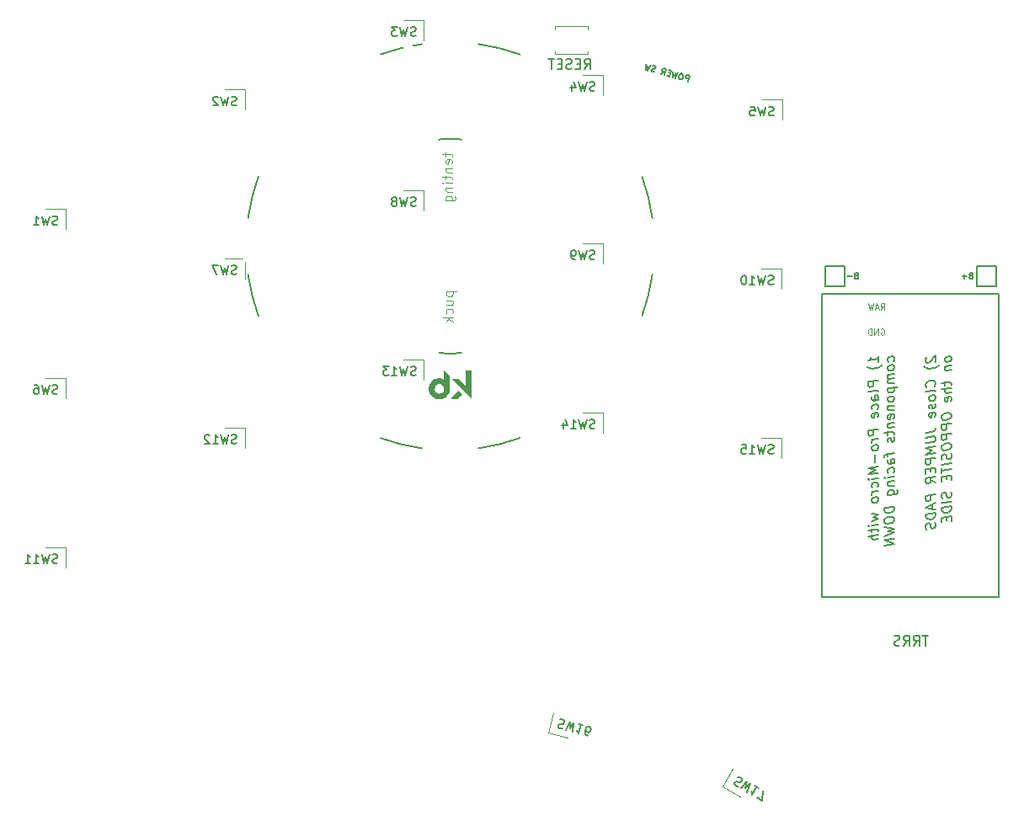
<source format=gbo>
%TF.GenerationSoftware,KiCad,Pcbnew,(6.0.10-0)*%
%TF.CreationDate,2023-04-12T09:39:01-04:00*%
%TF.ProjectId,half-swept,68616c66-2d73-4776-9570-742e6b696361,rev?*%
%TF.SameCoordinates,Original*%
%TF.FileFunction,Legend,Bot*%
%TF.FilePolarity,Positive*%
%FSLAX46Y46*%
G04 Gerber Fmt 4.6, Leading zero omitted, Abs format (unit mm)*
G04 Created by KiCad (PCBNEW (6.0.10-0)) date 2023-04-12 09:39:01*
%MOMM*%
%LPD*%
G01*
G04 APERTURE LIST*
G04 Aperture macros list*
%AMRotRect*
0 Rectangle, with rotation*
0 The origin of the aperture is its center*
0 $1 length*
0 $2 width*
0 $3 Rotation angle, in degrees counterclockwise*
0 Add horizontal line*
21,1,$1,$2,0,0,$3*%
%AMFreePoly0*
4,1,6,0.600000,0.200000,0.000000,-0.400000,-0.600000,0.200000,-0.600000,0.400000,0.600000,0.400000,0.600000,0.200000,0.600000,0.200000,$1*%
%AMFreePoly1*
4,1,6,0.600000,-0.250000,-0.600000,-0.250000,-0.600000,1.000000,0.000000,0.400000,0.600000,1.000000,0.600000,-0.250000,0.600000,-0.250000,$1*%
G04 Aperture macros list end*
%ADD10C,0.120000*%
%ADD11C,0.150000*%
%ADD12C,0.160000*%
%ADD13C,0.100000*%
%ADD14C,0.200000*%
%ADD15C,0.010000*%
%ADD16C,0.250000*%
%ADD17C,1.397000*%
%ADD18C,0.800000*%
%ADD19O,2.000000X1.600000*%
%ADD20C,0.990600*%
%ADD21C,1.701800*%
%ADD22C,3.429000*%
%ADD23C,2.262000*%
%ADD24FreePoly0,270.000000*%
%ADD25C,1.600000*%
%ADD26FreePoly0,90.000000*%
%ADD27R,1.600000X1.600000*%
%ADD28FreePoly1,270.000000*%
%ADD29FreePoly1,90.000000*%
%ADD30C,4.400000*%
%ADD31C,1.000000*%
%ADD32RotRect,0.900000X0.900000X344.500000*%
%ADD33RotRect,0.900000X1.250000X344.500000*%
%ADD34R,0.900000X1.700000*%
G04 APERTURE END LIST*
D10*
X115837255Y-49344228D02*
X116037255Y-49058514D01*
X116180112Y-49344228D02*
X116180112Y-48744228D01*
X115951541Y-48744228D01*
X115894398Y-48772800D01*
X115865827Y-48801371D01*
X115837255Y-48858514D01*
X115837255Y-48944228D01*
X115865827Y-49001371D01*
X115894398Y-49029942D01*
X115951541Y-49058514D01*
X116180112Y-49058514D01*
X115608684Y-49172800D02*
X115322970Y-49172800D01*
X115665827Y-49344228D02*
X115465827Y-48744228D01*
X115265827Y-49344228D01*
X115122970Y-48744228D02*
X114980112Y-49344228D01*
X114865827Y-48915657D01*
X114751541Y-49344228D01*
X114608684Y-48744228D01*
D11*
X113358571Y-45931142D02*
X113272857Y-45959714D01*
X113244285Y-45988285D01*
X113215714Y-46045428D01*
X113215714Y-46131142D01*
X113244285Y-46188285D01*
X113272857Y-46216857D01*
X113330000Y-46245428D01*
X113558571Y-46245428D01*
X113558571Y-45645428D01*
X113358571Y-45645428D01*
X113301428Y-45674000D01*
X113272857Y-45702571D01*
X113244285Y-45759714D01*
X113244285Y-45816857D01*
X113272857Y-45874000D01*
X113301428Y-45902571D01*
X113358571Y-45931142D01*
X113558571Y-45931142D01*
X112958571Y-46016857D02*
X112501428Y-46016857D01*
X120459419Y-54153423D02*
X120411800Y-54206995D01*
X120364180Y-54308185D01*
X120364180Y-54546280D01*
X120411800Y-54635566D01*
X120459419Y-54677233D01*
X120554657Y-54712947D01*
X120649895Y-54701042D01*
X120792752Y-54635566D01*
X121364180Y-53992709D01*
X121364180Y-54611757D01*
X121745133Y-54897471D02*
X121697514Y-54951042D01*
X121554657Y-55064138D01*
X121459419Y-55123661D01*
X121316561Y-55189138D01*
X121078466Y-55266519D01*
X120887990Y-55290328D01*
X120649895Y-55272471D01*
X120507038Y-55242709D01*
X120411800Y-55206995D01*
X120268942Y-55129614D01*
X120221323Y-55087947D01*
X121268942Y-57052233D02*
X121316561Y-56998661D01*
X121364180Y-56849852D01*
X121364180Y-56754614D01*
X121316561Y-56617709D01*
X121221323Y-56534376D01*
X121126085Y-56498661D01*
X120935609Y-56474852D01*
X120792752Y-56492709D01*
X120602276Y-56564138D01*
X120507038Y-56623661D01*
X120411800Y-56730804D01*
X120364180Y-56879614D01*
X120364180Y-56974852D01*
X120411800Y-57111757D01*
X120459419Y-57153423D01*
X121364180Y-57611757D02*
X121316561Y-57522471D01*
X121221323Y-57486757D01*
X120364180Y-57593900D01*
X121364180Y-58135566D02*
X121316561Y-58046280D01*
X121268942Y-58004614D01*
X121173704Y-57968900D01*
X120887990Y-58004614D01*
X120792752Y-58064138D01*
X120745133Y-58117709D01*
X120697514Y-58218900D01*
X120697514Y-58361757D01*
X120745133Y-58451042D01*
X120792752Y-58492709D01*
X120887990Y-58528423D01*
X121173704Y-58492709D01*
X121268942Y-58433185D01*
X121316561Y-58379614D01*
X121364180Y-58278423D01*
X121364180Y-58135566D01*
X121316561Y-58855804D02*
X121364180Y-58945090D01*
X121364180Y-59135566D01*
X121316561Y-59236757D01*
X121221323Y-59296280D01*
X121173704Y-59302233D01*
X121078466Y-59266519D01*
X121030847Y-59177233D01*
X121030847Y-59034376D01*
X120983228Y-58945090D01*
X120887990Y-58909376D01*
X120840371Y-58915328D01*
X120745133Y-58974852D01*
X120697514Y-59076042D01*
X120697514Y-59218900D01*
X120745133Y-59308185D01*
X121316561Y-60093900D02*
X121364180Y-59992709D01*
X121364180Y-59802233D01*
X121316561Y-59712947D01*
X121221323Y-59677233D01*
X120840371Y-59724852D01*
X120745133Y-59784376D01*
X120697514Y-59885566D01*
X120697514Y-60076042D01*
X120745133Y-60165328D01*
X120840371Y-60201042D01*
X120935609Y-60189138D01*
X121030847Y-59701042D01*
X120364180Y-61736757D02*
X121078466Y-61647471D01*
X121221323Y-61581995D01*
X121316561Y-61474852D01*
X121364180Y-61326042D01*
X121364180Y-61230804D01*
X120364180Y-62212947D02*
X121173704Y-62111757D01*
X121268942Y-62147471D01*
X121316561Y-62189138D01*
X121364180Y-62278423D01*
X121364180Y-62468900D01*
X121316561Y-62570090D01*
X121268942Y-62623661D01*
X121173704Y-62683185D01*
X120364180Y-62784376D01*
X121364180Y-63135566D02*
X120364180Y-63260566D01*
X121078466Y-63504614D01*
X120364180Y-63927233D01*
X121364180Y-63802233D01*
X121364180Y-64278423D02*
X120364180Y-64403423D01*
X120364180Y-64784376D01*
X120411800Y-64873661D01*
X120459419Y-64915328D01*
X120554657Y-64951042D01*
X120697514Y-64933185D01*
X120792752Y-64873661D01*
X120840371Y-64820090D01*
X120887990Y-64718900D01*
X120887990Y-64337947D01*
X120840371Y-65343900D02*
X120840371Y-65677233D01*
X121364180Y-65754614D02*
X121364180Y-65278423D01*
X120364180Y-65403423D01*
X120364180Y-65879614D01*
X121364180Y-66754614D02*
X120887990Y-66480804D01*
X121364180Y-66183185D02*
X120364180Y-66308185D01*
X120364180Y-66689138D01*
X120411800Y-66778423D01*
X120459419Y-66820090D01*
X120554657Y-66855804D01*
X120697514Y-66837947D01*
X120792752Y-66778423D01*
X120840371Y-66724852D01*
X120887990Y-66623661D01*
X120887990Y-66242709D01*
X121364180Y-67945090D02*
X120364180Y-68070090D01*
X120364180Y-68451042D01*
X120411800Y-68540328D01*
X120459419Y-68581995D01*
X120554657Y-68617709D01*
X120697514Y-68599852D01*
X120792752Y-68540328D01*
X120840371Y-68486757D01*
X120887990Y-68385566D01*
X120887990Y-68004614D01*
X121078466Y-68933185D02*
X121078466Y-69409376D01*
X121364180Y-68802233D02*
X120364180Y-69260566D01*
X121364180Y-69468900D01*
X121364180Y-69802233D02*
X120364180Y-69927233D01*
X120364180Y-70165328D01*
X120411800Y-70302233D01*
X120507038Y-70385566D01*
X120602276Y-70421280D01*
X120792752Y-70445090D01*
X120935609Y-70427233D01*
X121126085Y-70355804D01*
X121221323Y-70296280D01*
X121316561Y-70189138D01*
X121364180Y-70040328D01*
X121364180Y-69802233D01*
X121316561Y-70760566D02*
X121364180Y-70897471D01*
X121364180Y-71135566D01*
X121316561Y-71236757D01*
X121268942Y-71290328D01*
X121173704Y-71349852D01*
X121078466Y-71361757D01*
X120983228Y-71326042D01*
X120935609Y-71284376D01*
X120887990Y-71195090D01*
X120840371Y-71010566D01*
X120792752Y-70921280D01*
X120745133Y-70879614D01*
X120649895Y-70843900D01*
X120554657Y-70855804D01*
X120459419Y-70915328D01*
X120411800Y-70968900D01*
X120364180Y-71070090D01*
X120364180Y-71308185D01*
X120411800Y-71445090D01*
X122974180Y-54230804D02*
X122926561Y-54141519D01*
X122878942Y-54099852D01*
X122783704Y-54064138D01*
X122497990Y-54099852D01*
X122402752Y-54159376D01*
X122355133Y-54212947D01*
X122307514Y-54314138D01*
X122307514Y-54456995D01*
X122355133Y-54546280D01*
X122402752Y-54587947D01*
X122497990Y-54623661D01*
X122783704Y-54587947D01*
X122878942Y-54528423D01*
X122926561Y-54474852D01*
X122974180Y-54373661D01*
X122974180Y-54230804D01*
X122307514Y-55076042D02*
X122974180Y-54992709D01*
X122402752Y-55064138D02*
X122355133Y-55117709D01*
X122307514Y-55218900D01*
X122307514Y-55361757D01*
X122355133Y-55451042D01*
X122450371Y-55486757D01*
X122974180Y-55421280D01*
X122307514Y-56599852D02*
X122307514Y-56980804D01*
X121974180Y-56784376D02*
X122831323Y-56677233D01*
X122926561Y-56712947D01*
X122974180Y-56802233D01*
X122974180Y-56897471D01*
X122974180Y-57230804D02*
X121974180Y-57355804D01*
X122974180Y-57659376D02*
X122450371Y-57724852D01*
X122355133Y-57689138D01*
X122307514Y-57599852D01*
X122307514Y-57456995D01*
X122355133Y-57355804D01*
X122402752Y-57302233D01*
X122926561Y-58522471D02*
X122974180Y-58421280D01*
X122974180Y-58230804D01*
X122926561Y-58141519D01*
X122831323Y-58105804D01*
X122450371Y-58153423D01*
X122355133Y-58212947D01*
X122307514Y-58314138D01*
X122307514Y-58504614D01*
X122355133Y-58593900D01*
X122450371Y-58629614D01*
X122545609Y-58617709D01*
X122640847Y-58129614D01*
X121974180Y-60070090D02*
X121974180Y-60260566D01*
X122021800Y-60349852D01*
X122117038Y-60433185D01*
X122307514Y-60456995D01*
X122640847Y-60415328D01*
X122831323Y-60343900D01*
X122926561Y-60236757D01*
X122974180Y-60135566D01*
X122974180Y-59945090D01*
X122926561Y-59855804D01*
X122831323Y-59772471D01*
X122640847Y-59748661D01*
X122307514Y-59790328D01*
X122117038Y-59861757D01*
X122021800Y-59968900D01*
X121974180Y-60070090D01*
X122974180Y-60802233D02*
X121974180Y-60927233D01*
X121974180Y-61308185D01*
X122021800Y-61397471D01*
X122069419Y-61439138D01*
X122164657Y-61474852D01*
X122307514Y-61456995D01*
X122402752Y-61397471D01*
X122450371Y-61343900D01*
X122497990Y-61242709D01*
X122497990Y-60861757D01*
X122974180Y-61802233D02*
X121974180Y-61927233D01*
X121974180Y-62308185D01*
X122021800Y-62397471D01*
X122069419Y-62439138D01*
X122164657Y-62474852D01*
X122307514Y-62456995D01*
X122402752Y-62397471D01*
X122450371Y-62343900D01*
X122497990Y-62242709D01*
X122497990Y-61861757D01*
X121974180Y-63117709D02*
X121974180Y-63308185D01*
X122021800Y-63397471D01*
X122117038Y-63480804D01*
X122307514Y-63504614D01*
X122640847Y-63462947D01*
X122831323Y-63391519D01*
X122926561Y-63284376D01*
X122974180Y-63183185D01*
X122974180Y-62992709D01*
X122926561Y-62903423D01*
X122831323Y-62820090D01*
X122640847Y-62796280D01*
X122307514Y-62837947D01*
X122117038Y-62909376D01*
X122021800Y-63016519D01*
X121974180Y-63117709D01*
X122926561Y-63808185D02*
X122974180Y-63945090D01*
X122974180Y-64183185D01*
X122926561Y-64284376D01*
X122878942Y-64337947D01*
X122783704Y-64397471D01*
X122688466Y-64409376D01*
X122593228Y-64373661D01*
X122545609Y-64331995D01*
X122497990Y-64242709D01*
X122450371Y-64058185D01*
X122402752Y-63968900D01*
X122355133Y-63927233D01*
X122259895Y-63891519D01*
X122164657Y-63903423D01*
X122069419Y-63962947D01*
X122021800Y-64016519D01*
X121974180Y-64117709D01*
X121974180Y-64355804D01*
X122021800Y-64492709D01*
X122974180Y-64802233D02*
X121974180Y-64927233D01*
X121974180Y-65260566D02*
X121974180Y-65831995D01*
X122974180Y-65421280D02*
X121974180Y-65546280D01*
X122450371Y-66105804D02*
X122450371Y-66439138D01*
X122974180Y-66516519D02*
X122974180Y-66040328D01*
X121974180Y-66165328D01*
X121974180Y-66641519D01*
X122926561Y-67665328D02*
X122974180Y-67802233D01*
X122974180Y-68040328D01*
X122926561Y-68141519D01*
X122878942Y-68195090D01*
X122783704Y-68254614D01*
X122688466Y-68266519D01*
X122593228Y-68230804D01*
X122545609Y-68189138D01*
X122497990Y-68099852D01*
X122450371Y-67915328D01*
X122402752Y-67826042D01*
X122355133Y-67784376D01*
X122259895Y-67748661D01*
X122164657Y-67760566D01*
X122069419Y-67820090D01*
X122021800Y-67873661D01*
X121974180Y-67974852D01*
X121974180Y-68212947D01*
X122021800Y-68349852D01*
X122974180Y-68659376D02*
X121974180Y-68784376D01*
X122974180Y-69135566D02*
X121974180Y-69260566D01*
X121974180Y-69498661D01*
X122021800Y-69635566D01*
X122117038Y-69718900D01*
X122212276Y-69754614D01*
X122402752Y-69778423D01*
X122545609Y-69760566D01*
X122736085Y-69689138D01*
X122831323Y-69629614D01*
X122926561Y-69522471D01*
X122974180Y-69373661D01*
X122974180Y-69135566D01*
X122450371Y-70201042D02*
X122450371Y-70534376D01*
X122974180Y-70611757D02*
X122974180Y-70135566D01*
X121974180Y-70260566D01*
X121974180Y-70736757D01*
D10*
X115865827Y-51312800D02*
X115922970Y-51284228D01*
X116008684Y-51284228D01*
X116094398Y-51312800D01*
X116151541Y-51369942D01*
X116180112Y-51427085D01*
X116208684Y-51541371D01*
X116208684Y-51627085D01*
X116180112Y-51741371D01*
X116151541Y-51798514D01*
X116094398Y-51855657D01*
X116008684Y-51884228D01*
X115951541Y-51884228D01*
X115865827Y-51855657D01*
X115837255Y-51827085D01*
X115837255Y-51627085D01*
X115951541Y-51627085D01*
X115580112Y-51884228D02*
X115580112Y-51284228D01*
X115237255Y-51884228D01*
X115237255Y-51284228D01*
X114951541Y-51884228D02*
X114951541Y-51284228D01*
X114808684Y-51284228D01*
X114722970Y-51312800D01*
X114665827Y-51369942D01*
X114637255Y-51427085D01*
X114608684Y-51541371D01*
X114608684Y-51627085D01*
X114637255Y-51741371D01*
X114665827Y-51798514D01*
X114722970Y-51855657D01*
X114808684Y-51884228D01*
X114951541Y-51884228D01*
D11*
X115623780Y-54611757D02*
X115623780Y-54040328D01*
X115623780Y-54326042D02*
X114623780Y-54451042D01*
X114766638Y-54337947D01*
X114861876Y-54230804D01*
X114909495Y-54129614D01*
X116004733Y-54897471D02*
X115957114Y-54951042D01*
X115814257Y-55064138D01*
X115719019Y-55123661D01*
X115576161Y-55189138D01*
X115338066Y-55266519D01*
X115147590Y-55290328D01*
X114909495Y-55272471D01*
X114766638Y-55242709D01*
X114671400Y-55206995D01*
X114528542Y-55129614D01*
X114480923Y-55087947D01*
X115623780Y-56468900D02*
X114623780Y-56593900D01*
X114623780Y-56974852D01*
X114671400Y-57064138D01*
X114719019Y-57105804D01*
X114814257Y-57141519D01*
X114957114Y-57123661D01*
X115052352Y-57064138D01*
X115099971Y-57010566D01*
X115147590Y-56909376D01*
X115147590Y-56528423D01*
X115623780Y-57611757D02*
X115576161Y-57522471D01*
X115480923Y-57486757D01*
X114623780Y-57593900D01*
X115623780Y-58421280D02*
X115099971Y-58486757D01*
X115004733Y-58451042D01*
X114957114Y-58361757D01*
X114957114Y-58171280D01*
X115004733Y-58070090D01*
X115576161Y-58427233D02*
X115623780Y-58326042D01*
X115623780Y-58087947D01*
X115576161Y-57998661D01*
X115480923Y-57962947D01*
X115385685Y-57974852D01*
X115290447Y-58034376D01*
X115242828Y-58135566D01*
X115242828Y-58373661D01*
X115195209Y-58474852D01*
X115576161Y-59331995D02*
X115623780Y-59230804D01*
X115623780Y-59040328D01*
X115576161Y-58951042D01*
X115528542Y-58909376D01*
X115433304Y-58873661D01*
X115147590Y-58909376D01*
X115052352Y-58968900D01*
X115004733Y-59022471D01*
X114957114Y-59123661D01*
X114957114Y-59314138D01*
X115004733Y-59403423D01*
X115576161Y-60141519D02*
X115623780Y-60040328D01*
X115623780Y-59849852D01*
X115576161Y-59760566D01*
X115480923Y-59724852D01*
X115099971Y-59772471D01*
X115004733Y-59831995D01*
X114957114Y-59933185D01*
X114957114Y-60123661D01*
X115004733Y-60212947D01*
X115099971Y-60248661D01*
X115195209Y-60236757D01*
X115290447Y-59748661D01*
X115623780Y-61373661D02*
X114623780Y-61498661D01*
X114623780Y-61879614D01*
X114671400Y-61968900D01*
X114719019Y-62010566D01*
X114814257Y-62046280D01*
X114957114Y-62028423D01*
X115052352Y-61968900D01*
X115099971Y-61915328D01*
X115147590Y-61814138D01*
X115147590Y-61433185D01*
X115623780Y-62373661D02*
X114957114Y-62456995D01*
X115147590Y-62433185D02*
X115052352Y-62492709D01*
X115004733Y-62546280D01*
X114957114Y-62647471D01*
X114957114Y-62742709D01*
X115623780Y-63135566D02*
X115576161Y-63046280D01*
X115528542Y-63004614D01*
X115433304Y-62968900D01*
X115147590Y-63004614D01*
X115052352Y-63064138D01*
X115004733Y-63117709D01*
X114957114Y-63218900D01*
X114957114Y-63361757D01*
X115004733Y-63451042D01*
X115052352Y-63492709D01*
X115147590Y-63528423D01*
X115433304Y-63492709D01*
X115528542Y-63433185D01*
X115576161Y-63379614D01*
X115623780Y-63278423D01*
X115623780Y-63135566D01*
X115242828Y-63945090D02*
X115242828Y-64706995D01*
X115623780Y-65135566D02*
X114623780Y-65260566D01*
X115338066Y-65504614D01*
X114623780Y-65927233D01*
X115623780Y-65802233D01*
X115623780Y-66278423D02*
X114957114Y-66361757D01*
X114623780Y-66403423D02*
X114671400Y-66349852D01*
X114719019Y-66391519D01*
X114671400Y-66445090D01*
X114623780Y-66403423D01*
X114719019Y-66391519D01*
X115576161Y-67189138D02*
X115623780Y-67087947D01*
X115623780Y-66897471D01*
X115576161Y-66808185D01*
X115528542Y-66766519D01*
X115433304Y-66730804D01*
X115147590Y-66766519D01*
X115052352Y-66826042D01*
X115004733Y-66879614D01*
X114957114Y-66980804D01*
X114957114Y-67171280D01*
X115004733Y-67260566D01*
X115623780Y-67611757D02*
X114957114Y-67695090D01*
X115147590Y-67671280D02*
X115052352Y-67730804D01*
X115004733Y-67784376D01*
X114957114Y-67885566D01*
X114957114Y-67980804D01*
X115623780Y-68373661D02*
X115576161Y-68284376D01*
X115528542Y-68242709D01*
X115433304Y-68206995D01*
X115147590Y-68242709D01*
X115052352Y-68302233D01*
X115004733Y-68355804D01*
X114957114Y-68456995D01*
X114957114Y-68599852D01*
X115004733Y-68689138D01*
X115052352Y-68730804D01*
X115147590Y-68766519D01*
X115433304Y-68730804D01*
X115528542Y-68671280D01*
X115576161Y-68617709D01*
X115623780Y-68516519D01*
X115623780Y-68373661D01*
X114957114Y-69885566D02*
X115623780Y-69992709D01*
X115147590Y-70242709D01*
X115623780Y-70373661D01*
X114957114Y-70647471D01*
X115623780Y-70945090D02*
X114957114Y-71028423D01*
X114623780Y-71070090D02*
X114671400Y-71016519D01*
X114719019Y-71058185D01*
X114671400Y-71111757D01*
X114623780Y-71070090D01*
X114719019Y-71058185D01*
X114957114Y-71361757D02*
X114957114Y-71742709D01*
X114623780Y-71546280D02*
X115480923Y-71439138D01*
X115576161Y-71474852D01*
X115623780Y-71564138D01*
X115623780Y-71659376D01*
X115623780Y-71992709D02*
X114623780Y-72117709D01*
X115623780Y-72421280D02*
X115099971Y-72486757D01*
X115004733Y-72451042D01*
X114957114Y-72361757D01*
X114957114Y-72218900D01*
X115004733Y-72117709D01*
X115052352Y-72064138D01*
X117186161Y-54522471D02*
X117233780Y-54421280D01*
X117233780Y-54230804D01*
X117186161Y-54141519D01*
X117138542Y-54099852D01*
X117043304Y-54064138D01*
X116757590Y-54099852D01*
X116662352Y-54159376D01*
X116614733Y-54212947D01*
X116567114Y-54314138D01*
X116567114Y-54504614D01*
X116614733Y-54593900D01*
X117233780Y-55087947D02*
X117186161Y-54998661D01*
X117138542Y-54956995D01*
X117043304Y-54921280D01*
X116757590Y-54956995D01*
X116662352Y-55016519D01*
X116614733Y-55070090D01*
X116567114Y-55171280D01*
X116567114Y-55314138D01*
X116614733Y-55403423D01*
X116662352Y-55445090D01*
X116757590Y-55480804D01*
X117043304Y-55445090D01*
X117138542Y-55385566D01*
X117186161Y-55331995D01*
X117233780Y-55230804D01*
X117233780Y-55087947D01*
X117233780Y-55849852D02*
X116567114Y-55933185D01*
X116662352Y-55921280D02*
X116614733Y-55974852D01*
X116567114Y-56076042D01*
X116567114Y-56218900D01*
X116614733Y-56308185D01*
X116709971Y-56343900D01*
X117233780Y-56278423D01*
X116709971Y-56343900D02*
X116614733Y-56403423D01*
X116567114Y-56504614D01*
X116567114Y-56647471D01*
X116614733Y-56736757D01*
X116709971Y-56772471D01*
X117233780Y-56706995D01*
X116567114Y-57266519D02*
X117567114Y-57141519D01*
X116614733Y-57260566D02*
X116567114Y-57361757D01*
X116567114Y-57552233D01*
X116614733Y-57641519D01*
X116662352Y-57683185D01*
X116757590Y-57718900D01*
X117043304Y-57683185D01*
X117138542Y-57623661D01*
X117186161Y-57570090D01*
X117233780Y-57468900D01*
X117233780Y-57278423D01*
X117186161Y-57189138D01*
X117233780Y-58230804D02*
X117186161Y-58141519D01*
X117138542Y-58099852D01*
X117043304Y-58064138D01*
X116757590Y-58099852D01*
X116662352Y-58159376D01*
X116614733Y-58212947D01*
X116567114Y-58314138D01*
X116567114Y-58456995D01*
X116614733Y-58546280D01*
X116662352Y-58587947D01*
X116757590Y-58623661D01*
X117043304Y-58587947D01*
X117138542Y-58528423D01*
X117186161Y-58474852D01*
X117233780Y-58373661D01*
X117233780Y-58230804D01*
X116567114Y-59076042D02*
X117233780Y-58992709D01*
X116662352Y-59064138D02*
X116614733Y-59117709D01*
X116567114Y-59218900D01*
X116567114Y-59361757D01*
X116614733Y-59451042D01*
X116709971Y-59486757D01*
X117233780Y-59421280D01*
X117186161Y-60284376D02*
X117233780Y-60183185D01*
X117233780Y-59992709D01*
X117186161Y-59903423D01*
X117090923Y-59867709D01*
X116709971Y-59915328D01*
X116614733Y-59974852D01*
X116567114Y-60076042D01*
X116567114Y-60266519D01*
X116614733Y-60355804D01*
X116709971Y-60391519D01*
X116805209Y-60379614D01*
X116900447Y-59891519D01*
X116567114Y-60837947D02*
X117233780Y-60754614D01*
X116662352Y-60826042D02*
X116614733Y-60879614D01*
X116567114Y-60980804D01*
X116567114Y-61123661D01*
X116614733Y-61212947D01*
X116709971Y-61248661D01*
X117233780Y-61183185D01*
X116567114Y-61599852D02*
X116567114Y-61980804D01*
X116233780Y-61784376D02*
X117090923Y-61677233D01*
X117186161Y-61712947D01*
X117233780Y-61802233D01*
X117233780Y-61897471D01*
X117186161Y-62189138D02*
X117233780Y-62278423D01*
X117233780Y-62468900D01*
X117186161Y-62570090D01*
X117090923Y-62629614D01*
X117043304Y-62635566D01*
X116948066Y-62599852D01*
X116900447Y-62510566D01*
X116900447Y-62367709D01*
X116852828Y-62278423D01*
X116757590Y-62242709D01*
X116709971Y-62248661D01*
X116614733Y-62308185D01*
X116567114Y-62409376D01*
X116567114Y-62552233D01*
X116614733Y-62641519D01*
X116567114Y-63742709D02*
X116567114Y-64123661D01*
X117233780Y-63802233D02*
X116376638Y-63909376D01*
X116281400Y-63968900D01*
X116233780Y-64070090D01*
X116233780Y-64165328D01*
X117233780Y-64802233D02*
X116709971Y-64867709D01*
X116614733Y-64831995D01*
X116567114Y-64742709D01*
X116567114Y-64552233D01*
X116614733Y-64451042D01*
X117186161Y-64808185D02*
X117233780Y-64706995D01*
X117233780Y-64468900D01*
X117186161Y-64379614D01*
X117090923Y-64343900D01*
X116995685Y-64355804D01*
X116900447Y-64415328D01*
X116852828Y-64516519D01*
X116852828Y-64754614D01*
X116805209Y-64855804D01*
X117186161Y-65712947D02*
X117233780Y-65611757D01*
X117233780Y-65421280D01*
X117186161Y-65331995D01*
X117138542Y-65290328D01*
X117043304Y-65254614D01*
X116757590Y-65290328D01*
X116662352Y-65349852D01*
X116614733Y-65403423D01*
X116567114Y-65504614D01*
X116567114Y-65695090D01*
X116614733Y-65784376D01*
X117233780Y-66135566D02*
X116567114Y-66218900D01*
X116233780Y-66260566D02*
X116281400Y-66206995D01*
X116329019Y-66248661D01*
X116281400Y-66302233D01*
X116233780Y-66260566D01*
X116329019Y-66248661D01*
X116567114Y-66695090D02*
X117233780Y-66611757D01*
X116662352Y-66683185D02*
X116614733Y-66736757D01*
X116567114Y-66837947D01*
X116567114Y-66980804D01*
X116614733Y-67070090D01*
X116709971Y-67105804D01*
X117233780Y-67040328D01*
X116567114Y-68028423D02*
X117376638Y-67927233D01*
X117471876Y-67867709D01*
X117519495Y-67814138D01*
X117567114Y-67712947D01*
X117567114Y-67570090D01*
X117519495Y-67480804D01*
X117186161Y-67951042D02*
X117233780Y-67849852D01*
X117233780Y-67659376D01*
X117186161Y-67570090D01*
X117138542Y-67528423D01*
X117043304Y-67492709D01*
X116757590Y-67528423D01*
X116662352Y-67587947D01*
X116614733Y-67641519D01*
X116567114Y-67742709D01*
X116567114Y-67933185D01*
X116614733Y-68022471D01*
X117233780Y-69183185D02*
X116233780Y-69308185D01*
X116233780Y-69546280D01*
X116281400Y-69683185D01*
X116376638Y-69766519D01*
X116471876Y-69802233D01*
X116662352Y-69826042D01*
X116805209Y-69808185D01*
X116995685Y-69736757D01*
X117090923Y-69677233D01*
X117186161Y-69570090D01*
X117233780Y-69421280D01*
X117233780Y-69183185D01*
X116233780Y-70498661D02*
X116233780Y-70689138D01*
X116281400Y-70778423D01*
X116376638Y-70861757D01*
X116567114Y-70885566D01*
X116900447Y-70843900D01*
X117090923Y-70772471D01*
X117186161Y-70665328D01*
X117233780Y-70564138D01*
X117233780Y-70373661D01*
X117186161Y-70284376D01*
X117090923Y-70201042D01*
X116900447Y-70177233D01*
X116567114Y-70218900D01*
X116376638Y-70290328D01*
X116281400Y-70397471D01*
X116233780Y-70498661D01*
X116233780Y-71260566D02*
X117233780Y-71373661D01*
X116519495Y-71653423D01*
X117233780Y-71754614D01*
X116233780Y-72117709D01*
X117233780Y-72373661D02*
X116233780Y-72498661D01*
X117233780Y-72945090D01*
X116233780Y-73070090D01*
X124915571Y-45931142D02*
X124829857Y-45959714D01*
X124801285Y-45988285D01*
X124772714Y-46045428D01*
X124772714Y-46131142D01*
X124801285Y-46188285D01*
X124829857Y-46216857D01*
X124887000Y-46245428D01*
X125115571Y-46245428D01*
X125115571Y-45645428D01*
X124915571Y-45645428D01*
X124858428Y-45674000D01*
X124829857Y-45702571D01*
X124801285Y-45759714D01*
X124801285Y-45816857D01*
X124829857Y-45874000D01*
X124858428Y-45902571D01*
X124915571Y-45931142D01*
X125115571Y-45931142D01*
X124515571Y-46016857D02*
X124058428Y-46016857D01*
X124287000Y-46245428D02*
X124287000Y-45788285D01*
X120633904Y-82129380D02*
X120062476Y-82129380D01*
X120348190Y-83129380D02*
X120348190Y-82129380D01*
X119157714Y-83129380D02*
X119491047Y-82653190D01*
X119729142Y-83129380D02*
X119729142Y-82129380D01*
X119348190Y-82129380D01*
X119252952Y-82177000D01*
X119205333Y-82224619D01*
X119157714Y-82319857D01*
X119157714Y-82462714D01*
X119205333Y-82557952D01*
X119252952Y-82605571D01*
X119348190Y-82653190D01*
X119729142Y-82653190D01*
X118157714Y-83129380D02*
X118491047Y-82653190D01*
X118729142Y-83129380D02*
X118729142Y-82129380D01*
X118348190Y-82129380D01*
X118252952Y-82177000D01*
X118205333Y-82224619D01*
X118157714Y-82319857D01*
X118157714Y-82462714D01*
X118205333Y-82557952D01*
X118252952Y-82605571D01*
X118348190Y-82653190D01*
X118729142Y-82653190D01*
X117776761Y-83081761D02*
X117633904Y-83129380D01*
X117395809Y-83129380D01*
X117300571Y-83081761D01*
X117252952Y-83034142D01*
X117205333Y-82938904D01*
X117205333Y-82843666D01*
X117252952Y-82748428D01*
X117300571Y-82700809D01*
X117395809Y-82653190D01*
X117586285Y-82605571D01*
X117681523Y-82557952D01*
X117729142Y-82510333D01*
X117776761Y-82415095D01*
X117776761Y-82319857D01*
X117729142Y-82224619D01*
X117681523Y-82177000D01*
X117586285Y-82129380D01*
X117348190Y-82129380D01*
X117205333Y-82177000D01*
D12*
X33103771Y-40805485D02*
X32975200Y-40848342D01*
X32760914Y-40848342D01*
X32675200Y-40805485D01*
X32632342Y-40762628D01*
X32589485Y-40676914D01*
X32589485Y-40591200D01*
X32632342Y-40505485D01*
X32675200Y-40462628D01*
X32760914Y-40419771D01*
X32932342Y-40376914D01*
X33018057Y-40334057D01*
X33060914Y-40291200D01*
X33103771Y-40205485D01*
X33103771Y-40119771D01*
X33060914Y-40034057D01*
X33018057Y-39991200D01*
X32932342Y-39948342D01*
X32718057Y-39948342D01*
X32589485Y-39991200D01*
X32289485Y-39948342D02*
X32075200Y-40848342D01*
X31903771Y-40205485D01*
X31732342Y-40848342D01*
X31518057Y-39948342D01*
X30703771Y-40848342D02*
X31218057Y-40848342D01*
X30960914Y-40848342D02*
X30960914Y-39948342D01*
X31046628Y-40076914D01*
X31132342Y-40162628D01*
X31218057Y-40205485D01*
X51103771Y-28805485D02*
X50975200Y-28848342D01*
X50760914Y-28848342D01*
X50675200Y-28805485D01*
X50632342Y-28762628D01*
X50589485Y-28676914D01*
X50589485Y-28591200D01*
X50632342Y-28505485D01*
X50675200Y-28462628D01*
X50760914Y-28419771D01*
X50932342Y-28376914D01*
X51018057Y-28334057D01*
X51060914Y-28291200D01*
X51103771Y-28205485D01*
X51103771Y-28119771D01*
X51060914Y-28034057D01*
X51018057Y-27991200D01*
X50932342Y-27948342D01*
X50718057Y-27948342D01*
X50589485Y-27991200D01*
X50289485Y-27948342D02*
X50075200Y-28848342D01*
X49903771Y-28205485D01*
X49732342Y-28848342D01*
X49518057Y-27948342D01*
X49218057Y-28034057D02*
X49175200Y-27991200D01*
X49089485Y-27948342D01*
X48875200Y-27948342D01*
X48789485Y-27991200D01*
X48746628Y-28034057D01*
X48703771Y-28119771D01*
X48703771Y-28205485D01*
X48746628Y-28334057D01*
X49260914Y-28848342D01*
X48703771Y-28848342D01*
X69103771Y-21805485D02*
X68975200Y-21848342D01*
X68760914Y-21848342D01*
X68675200Y-21805485D01*
X68632342Y-21762628D01*
X68589485Y-21676914D01*
X68589485Y-21591200D01*
X68632342Y-21505485D01*
X68675200Y-21462628D01*
X68760914Y-21419771D01*
X68932342Y-21376914D01*
X69018057Y-21334057D01*
X69060914Y-21291200D01*
X69103771Y-21205485D01*
X69103771Y-21119771D01*
X69060914Y-21034057D01*
X69018057Y-20991200D01*
X68932342Y-20948342D01*
X68718057Y-20948342D01*
X68589485Y-20991200D01*
X68289485Y-20948342D02*
X68075200Y-21848342D01*
X67903771Y-21205485D01*
X67732342Y-21848342D01*
X67518057Y-20948342D01*
X67260914Y-20948342D02*
X66703771Y-20948342D01*
X67003771Y-21291200D01*
X66875200Y-21291200D01*
X66789485Y-21334057D01*
X66746628Y-21376914D01*
X66703771Y-21462628D01*
X66703771Y-21676914D01*
X66746628Y-21762628D01*
X66789485Y-21805485D01*
X66875200Y-21848342D01*
X67132342Y-21848342D01*
X67218057Y-21805485D01*
X67260914Y-21762628D01*
X87103771Y-27305485D02*
X86975200Y-27348342D01*
X86760914Y-27348342D01*
X86675200Y-27305485D01*
X86632342Y-27262628D01*
X86589485Y-27176914D01*
X86589485Y-27091200D01*
X86632342Y-27005485D01*
X86675200Y-26962628D01*
X86760914Y-26919771D01*
X86932342Y-26876914D01*
X87018057Y-26834057D01*
X87060914Y-26791200D01*
X87103771Y-26705485D01*
X87103771Y-26619771D01*
X87060914Y-26534057D01*
X87018057Y-26491200D01*
X86932342Y-26448342D01*
X86718057Y-26448342D01*
X86589485Y-26491200D01*
X86289485Y-26448342D02*
X86075200Y-27348342D01*
X85903771Y-26705485D01*
X85732342Y-27348342D01*
X85518057Y-26448342D01*
X84789485Y-26748342D02*
X84789485Y-27348342D01*
X85003771Y-26405485D02*
X85218057Y-27048342D01*
X84660914Y-27048342D01*
X105103771Y-29805485D02*
X104975200Y-29848342D01*
X104760914Y-29848342D01*
X104675200Y-29805485D01*
X104632342Y-29762628D01*
X104589485Y-29676914D01*
X104589485Y-29591200D01*
X104632342Y-29505485D01*
X104675200Y-29462628D01*
X104760914Y-29419771D01*
X104932342Y-29376914D01*
X105018057Y-29334057D01*
X105060914Y-29291200D01*
X105103771Y-29205485D01*
X105103771Y-29119771D01*
X105060914Y-29034057D01*
X105018057Y-28991200D01*
X104932342Y-28948342D01*
X104718057Y-28948342D01*
X104589485Y-28991200D01*
X104289485Y-28948342D02*
X104075200Y-29848342D01*
X103903771Y-29205485D01*
X103732342Y-29848342D01*
X103518057Y-28948342D01*
X102746628Y-28948342D02*
X103175200Y-28948342D01*
X103218057Y-29376914D01*
X103175200Y-29334057D01*
X103089485Y-29291200D01*
X102875200Y-29291200D01*
X102789485Y-29334057D01*
X102746628Y-29376914D01*
X102703771Y-29462628D01*
X102703771Y-29676914D01*
X102746628Y-29762628D01*
X102789485Y-29805485D01*
X102875200Y-29848342D01*
X103089485Y-29848342D01*
X103175200Y-29805485D01*
X103218057Y-29762628D01*
X33103771Y-57805485D02*
X32975200Y-57848342D01*
X32760914Y-57848342D01*
X32675200Y-57805485D01*
X32632342Y-57762628D01*
X32589485Y-57676914D01*
X32589485Y-57591200D01*
X32632342Y-57505485D01*
X32675200Y-57462628D01*
X32760914Y-57419771D01*
X32932342Y-57376914D01*
X33018057Y-57334057D01*
X33060914Y-57291200D01*
X33103771Y-57205485D01*
X33103771Y-57119771D01*
X33060914Y-57034057D01*
X33018057Y-56991200D01*
X32932342Y-56948342D01*
X32718057Y-56948342D01*
X32589485Y-56991200D01*
X32289485Y-56948342D02*
X32075200Y-57848342D01*
X31903771Y-57205485D01*
X31732342Y-57848342D01*
X31518057Y-56948342D01*
X30789485Y-56948342D02*
X30960914Y-56948342D01*
X31046628Y-56991200D01*
X31089485Y-57034057D01*
X31175200Y-57162628D01*
X31218057Y-57334057D01*
X31218057Y-57676914D01*
X31175200Y-57762628D01*
X31132342Y-57805485D01*
X31046628Y-57848342D01*
X30875200Y-57848342D01*
X30789485Y-57805485D01*
X30746628Y-57762628D01*
X30703771Y-57676914D01*
X30703771Y-57462628D01*
X30746628Y-57376914D01*
X30789485Y-57334057D01*
X30875200Y-57291200D01*
X31046628Y-57291200D01*
X31132342Y-57334057D01*
X31175200Y-57376914D01*
X31218057Y-57462628D01*
X51103771Y-45779485D02*
X50975200Y-45822342D01*
X50760914Y-45822342D01*
X50675200Y-45779485D01*
X50632342Y-45736628D01*
X50589485Y-45650914D01*
X50589485Y-45565200D01*
X50632342Y-45479485D01*
X50675200Y-45436628D01*
X50760914Y-45393771D01*
X50932342Y-45350914D01*
X51018057Y-45308057D01*
X51060914Y-45265200D01*
X51103771Y-45179485D01*
X51103771Y-45093771D01*
X51060914Y-45008057D01*
X51018057Y-44965200D01*
X50932342Y-44922342D01*
X50718057Y-44922342D01*
X50589485Y-44965200D01*
X50289485Y-44922342D02*
X50075200Y-45822342D01*
X49903771Y-45179485D01*
X49732342Y-45822342D01*
X49518057Y-44922342D01*
X49260914Y-44922342D02*
X48660914Y-44922342D01*
X49046628Y-45822342D01*
X69103771Y-38921485D02*
X68975200Y-38964342D01*
X68760914Y-38964342D01*
X68675200Y-38921485D01*
X68632342Y-38878628D01*
X68589485Y-38792914D01*
X68589485Y-38707200D01*
X68632342Y-38621485D01*
X68675200Y-38578628D01*
X68760914Y-38535771D01*
X68932342Y-38492914D01*
X69018057Y-38450057D01*
X69060914Y-38407200D01*
X69103771Y-38321485D01*
X69103771Y-38235771D01*
X69060914Y-38150057D01*
X69018057Y-38107200D01*
X68932342Y-38064342D01*
X68718057Y-38064342D01*
X68589485Y-38107200D01*
X68289485Y-38064342D02*
X68075200Y-38964342D01*
X67903771Y-38321485D01*
X67732342Y-38964342D01*
X67518057Y-38064342D01*
X67046628Y-38450057D02*
X67132342Y-38407200D01*
X67175200Y-38364342D01*
X67218057Y-38278628D01*
X67218057Y-38235771D01*
X67175200Y-38150057D01*
X67132342Y-38107200D01*
X67046628Y-38064342D01*
X66875200Y-38064342D01*
X66789485Y-38107200D01*
X66746628Y-38150057D01*
X66703771Y-38235771D01*
X66703771Y-38278628D01*
X66746628Y-38364342D01*
X66789485Y-38407200D01*
X66875200Y-38450057D01*
X67046628Y-38450057D01*
X67132342Y-38492914D01*
X67175200Y-38535771D01*
X67218057Y-38621485D01*
X67218057Y-38792914D01*
X67175200Y-38878628D01*
X67132342Y-38921485D01*
X67046628Y-38964342D01*
X66875200Y-38964342D01*
X66789485Y-38921485D01*
X66746628Y-38878628D01*
X66703771Y-38792914D01*
X66703771Y-38621485D01*
X66746628Y-38535771D01*
X66789485Y-38492914D01*
X66875200Y-38450057D01*
X87103771Y-44255485D02*
X86975200Y-44298342D01*
X86760914Y-44298342D01*
X86675200Y-44255485D01*
X86632342Y-44212628D01*
X86589485Y-44126914D01*
X86589485Y-44041200D01*
X86632342Y-43955485D01*
X86675200Y-43912628D01*
X86760914Y-43869771D01*
X86932342Y-43826914D01*
X87018057Y-43784057D01*
X87060914Y-43741200D01*
X87103771Y-43655485D01*
X87103771Y-43569771D01*
X87060914Y-43484057D01*
X87018057Y-43441200D01*
X86932342Y-43398342D01*
X86718057Y-43398342D01*
X86589485Y-43441200D01*
X86289485Y-43398342D02*
X86075200Y-44298342D01*
X85903771Y-43655485D01*
X85732342Y-44298342D01*
X85518057Y-43398342D01*
X85132342Y-44298342D02*
X84960914Y-44298342D01*
X84875200Y-44255485D01*
X84832342Y-44212628D01*
X84746628Y-44084057D01*
X84703771Y-43912628D01*
X84703771Y-43569771D01*
X84746628Y-43484057D01*
X84789485Y-43441200D01*
X84875200Y-43398342D01*
X85046628Y-43398342D01*
X85132342Y-43441200D01*
X85175200Y-43484057D01*
X85218057Y-43569771D01*
X85218057Y-43784057D01*
X85175200Y-43869771D01*
X85132342Y-43912628D01*
X85046628Y-43955485D01*
X84875200Y-43955485D01*
X84789485Y-43912628D01*
X84746628Y-43869771D01*
X84703771Y-43784057D01*
X105083771Y-46795485D02*
X104955200Y-46838342D01*
X104740914Y-46838342D01*
X104655200Y-46795485D01*
X104612342Y-46752628D01*
X104569485Y-46666914D01*
X104569485Y-46581200D01*
X104612342Y-46495485D01*
X104655200Y-46452628D01*
X104740914Y-46409771D01*
X104912342Y-46366914D01*
X104998057Y-46324057D01*
X105040914Y-46281200D01*
X105083771Y-46195485D01*
X105083771Y-46109771D01*
X105040914Y-46024057D01*
X104998057Y-45981200D01*
X104912342Y-45938342D01*
X104698057Y-45938342D01*
X104569485Y-45981200D01*
X104269485Y-45938342D02*
X104055200Y-46838342D01*
X103883771Y-46195485D01*
X103712342Y-46838342D01*
X103498057Y-45938342D01*
X102683771Y-46838342D02*
X103198057Y-46838342D01*
X102940914Y-46838342D02*
X102940914Y-45938342D01*
X103026628Y-46066914D01*
X103112342Y-46152628D01*
X103198057Y-46195485D01*
X102126628Y-45938342D02*
X102040914Y-45938342D01*
X101955200Y-45981200D01*
X101912342Y-46024057D01*
X101869485Y-46109771D01*
X101826628Y-46281200D01*
X101826628Y-46495485D01*
X101869485Y-46666914D01*
X101912342Y-46752628D01*
X101955200Y-46795485D01*
X102040914Y-46838342D01*
X102126628Y-46838342D01*
X102212342Y-46795485D01*
X102255200Y-46752628D01*
X102298057Y-46666914D01*
X102340914Y-46495485D01*
X102340914Y-46281200D01*
X102298057Y-46109771D01*
X102255200Y-46024057D01*
X102212342Y-45981200D01*
X102126628Y-45938342D01*
X33103771Y-74805485D02*
X32975200Y-74848342D01*
X32760914Y-74848342D01*
X32675200Y-74805485D01*
X32632342Y-74762628D01*
X32589485Y-74676914D01*
X32589485Y-74591200D01*
X32632342Y-74505485D01*
X32675200Y-74462628D01*
X32760914Y-74419771D01*
X32932342Y-74376914D01*
X33018057Y-74334057D01*
X33060914Y-74291200D01*
X33103771Y-74205485D01*
X33103771Y-74119771D01*
X33060914Y-74034057D01*
X33018057Y-73991200D01*
X32932342Y-73948342D01*
X32718057Y-73948342D01*
X32589485Y-73991200D01*
X32289485Y-73948342D02*
X32075200Y-74848342D01*
X31903771Y-74205485D01*
X31732342Y-74848342D01*
X31518057Y-73948342D01*
X30703771Y-74848342D02*
X31218057Y-74848342D01*
X30960914Y-74848342D02*
X30960914Y-73948342D01*
X31046628Y-74076914D01*
X31132342Y-74162628D01*
X31218057Y-74205485D01*
X29846628Y-74848342D02*
X30360914Y-74848342D01*
X30103771Y-74848342D02*
X30103771Y-73948342D01*
X30189485Y-74076914D01*
X30275200Y-74162628D01*
X30360914Y-74205485D01*
X51103771Y-62797485D02*
X50975200Y-62840342D01*
X50760914Y-62840342D01*
X50675200Y-62797485D01*
X50632342Y-62754628D01*
X50589485Y-62668914D01*
X50589485Y-62583200D01*
X50632342Y-62497485D01*
X50675200Y-62454628D01*
X50760914Y-62411771D01*
X50932342Y-62368914D01*
X51018057Y-62326057D01*
X51060914Y-62283200D01*
X51103771Y-62197485D01*
X51103771Y-62111771D01*
X51060914Y-62026057D01*
X51018057Y-61983200D01*
X50932342Y-61940342D01*
X50718057Y-61940342D01*
X50589485Y-61983200D01*
X50289485Y-61940342D02*
X50075200Y-62840342D01*
X49903771Y-62197485D01*
X49732342Y-62840342D01*
X49518057Y-61940342D01*
X48703771Y-62840342D02*
X49218057Y-62840342D01*
X48960914Y-62840342D02*
X48960914Y-61940342D01*
X49046628Y-62068914D01*
X49132342Y-62154628D01*
X49218057Y-62197485D01*
X48360914Y-62026057D02*
X48318057Y-61983200D01*
X48232342Y-61940342D01*
X48018057Y-61940342D01*
X47932342Y-61983200D01*
X47889485Y-62026057D01*
X47846628Y-62111771D01*
X47846628Y-62197485D01*
X47889485Y-62326057D01*
X48403771Y-62840342D01*
X47846628Y-62840342D01*
X69103771Y-55939485D02*
X68975200Y-55982342D01*
X68760914Y-55982342D01*
X68675200Y-55939485D01*
X68632342Y-55896628D01*
X68589485Y-55810914D01*
X68589485Y-55725200D01*
X68632342Y-55639485D01*
X68675200Y-55596628D01*
X68760914Y-55553771D01*
X68932342Y-55510914D01*
X69018057Y-55468057D01*
X69060914Y-55425200D01*
X69103771Y-55339485D01*
X69103771Y-55253771D01*
X69060914Y-55168057D01*
X69018057Y-55125200D01*
X68932342Y-55082342D01*
X68718057Y-55082342D01*
X68589485Y-55125200D01*
X68289485Y-55082342D02*
X68075200Y-55982342D01*
X67903771Y-55339485D01*
X67732342Y-55982342D01*
X67518057Y-55082342D01*
X66703771Y-55982342D02*
X67218057Y-55982342D01*
X66960914Y-55982342D02*
X66960914Y-55082342D01*
X67046628Y-55210914D01*
X67132342Y-55296628D01*
X67218057Y-55339485D01*
X66403771Y-55082342D02*
X65846628Y-55082342D01*
X66146628Y-55425200D01*
X66018057Y-55425200D01*
X65932342Y-55468057D01*
X65889485Y-55510914D01*
X65846628Y-55596628D01*
X65846628Y-55810914D01*
X65889485Y-55896628D01*
X65932342Y-55939485D01*
X66018057Y-55982342D01*
X66275200Y-55982342D01*
X66360914Y-55939485D01*
X66403771Y-55896628D01*
X87103771Y-61273485D02*
X86975200Y-61316342D01*
X86760914Y-61316342D01*
X86675200Y-61273485D01*
X86632342Y-61230628D01*
X86589485Y-61144914D01*
X86589485Y-61059200D01*
X86632342Y-60973485D01*
X86675200Y-60930628D01*
X86760914Y-60887771D01*
X86932342Y-60844914D01*
X87018057Y-60802057D01*
X87060914Y-60759200D01*
X87103771Y-60673485D01*
X87103771Y-60587771D01*
X87060914Y-60502057D01*
X87018057Y-60459200D01*
X86932342Y-60416342D01*
X86718057Y-60416342D01*
X86589485Y-60459200D01*
X86289485Y-60416342D02*
X86075200Y-61316342D01*
X85903771Y-60673485D01*
X85732342Y-61316342D01*
X85518057Y-60416342D01*
X84703771Y-61316342D02*
X85218057Y-61316342D01*
X84960914Y-61316342D02*
X84960914Y-60416342D01*
X85046628Y-60544914D01*
X85132342Y-60630628D01*
X85218057Y-60673485D01*
X83932342Y-60716342D02*
X83932342Y-61316342D01*
X84146628Y-60373485D02*
X84360914Y-61016342D01*
X83803771Y-61016342D01*
X105083771Y-63813485D02*
X104955200Y-63856342D01*
X104740914Y-63856342D01*
X104655200Y-63813485D01*
X104612342Y-63770628D01*
X104569485Y-63684914D01*
X104569485Y-63599200D01*
X104612342Y-63513485D01*
X104655200Y-63470628D01*
X104740914Y-63427771D01*
X104912342Y-63384914D01*
X104998057Y-63342057D01*
X105040914Y-63299200D01*
X105083771Y-63213485D01*
X105083771Y-63127771D01*
X105040914Y-63042057D01*
X104998057Y-62999200D01*
X104912342Y-62956342D01*
X104698057Y-62956342D01*
X104569485Y-62999200D01*
X104269485Y-62956342D02*
X104055200Y-63856342D01*
X103883771Y-63213485D01*
X103712342Y-63856342D01*
X103498057Y-62956342D01*
X102683771Y-63856342D02*
X103198057Y-63856342D01*
X102940914Y-63856342D02*
X102940914Y-62956342D01*
X103026628Y-63084914D01*
X103112342Y-63170628D01*
X103198057Y-63213485D01*
X101869485Y-62956342D02*
X102298057Y-62956342D01*
X102340914Y-63384914D01*
X102298057Y-63342057D01*
X102212342Y-63299200D01*
X101998057Y-63299200D01*
X101912342Y-63342057D01*
X101869485Y-63384914D01*
X101826628Y-63470628D01*
X101826628Y-63684914D01*
X101869485Y-63770628D01*
X101912342Y-63813485D01*
X101998057Y-63856342D01*
X102212342Y-63856342D01*
X102298057Y-63813485D01*
X102340914Y-63770628D01*
X101502003Y-96335977D02*
X101634778Y-96363147D01*
X101820355Y-96470290D01*
X101873157Y-96550263D01*
X101888844Y-96608807D01*
X101883102Y-96704466D01*
X101840245Y-96778697D01*
X101760273Y-96831499D01*
X101701729Y-96847186D01*
X101606069Y-96841444D01*
X101436179Y-96792845D01*
X101340520Y-96787103D01*
X101281976Y-96802790D01*
X101202003Y-96855592D01*
X101159146Y-96929823D01*
X101153405Y-97025482D01*
X101169091Y-97084026D01*
X101221894Y-97163999D01*
X101407470Y-97271142D01*
X101540245Y-97298312D01*
X101778624Y-97485427D02*
X102414201Y-96813147D01*
X102241234Y-97455592D01*
X102711124Y-96984576D01*
X102446701Y-97871142D01*
X103601893Y-97498862D02*
X103156509Y-97241719D01*
X103379201Y-97370290D02*
X102929201Y-98149713D01*
X102919256Y-97995510D01*
X102887882Y-97878422D01*
X102835080Y-97798449D01*
X103411701Y-98428285D02*
X103931316Y-98728285D01*
X104047278Y-97756005D01*
X83612338Y-90565723D02*
X83747621Y-90557603D01*
X83954605Y-90613064D01*
X84026306Y-90676645D01*
X84056611Y-90729134D01*
X84075823Y-90823020D01*
X84053639Y-90905814D01*
X83990057Y-90977515D01*
X83937568Y-91007820D01*
X83843683Y-91027032D01*
X83667003Y-91024060D01*
X83573117Y-91043272D01*
X83520628Y-91073577D01*
X83457047Y-91145278D01*
X83434862Y-91228072D01*
X83454075Y-91321958D01*
X83484379Y-91374447D01*
X83556081Y-91438028D01*
X83763065Y-91493489D01*
X83898347Y-91485369D01*
X84177033Y-91604412D02*
X84616954Y-90790540D01*
X84616158Y-91455861D01*
X84948129Y-90879278D01*
X84922176Y-91804072D01*
X85941652Y-91145492D02*
X85444891Y-91012385D01*
X85693271Y-91078938D02*
X85460334Y-91948271D01*
X85410817Y-91801896D01*
X85350208Y-91696918D01*
X85278507Y-91633337D01*
X86453858Y-92214485D02*
X86288271Y-92170116D01*
X86216569Y-92106535D01*
X86186265Y-92054046D01*
X86136748Y-91907671D01*
X86139720Y-91730991D01*
X86228458Y-91399817D01*
X86292039Y-91328115D01*
X86344528Y-91297811D01*
X86438414Y-91278599D01*
X86604002Y-91322967D01*
X86675703Y-91386549D01*
X86706007Y-91439038D01*
X86725220Y-91532924D01*
X86669759Y-91739908D01*
X86606177Y-91811609D01*
X86553688Y-91841914D01*
X86459802Y-91861126D01*
X86294215Y-91816757D01*
X86222514Y-91753176D01*
X86192209Y-91700687D01*
X86172997Y-91606801D01*
D13*
X72175214Y-47512500D02*
X73175214Y-47512500D01*
X72222833Y-47512500D02*
X72175214Y-47607738D01*
X72175214Y-47798214D01*
X72222833Y-47893452D01*
X72270452Y-47941071D01*
X72365690Y-47988690D01*
X72651404Y-47988690D01*
X72746642Y-47941071D01*
X72794261Y-47893452D01*
X72841880Y-47798214D01*
X72841880Y-47607738D01*
X72794261Y-47512500D01*
X72175214Y-48845833D02*
X72841880Y-48845833D01*
X72175214Y-48417261D02*
X72699023Y-48417261D01*
X72794261Y-48464880D01*
X72841880Y-48560119D01*
X72841880Y-48702976D01*
X72794261Y-48798214D01*
X72746642Y-48845833D01*
X72794261Y-49750595D02*
X72841880Y-49655357D01*
X72841880Y-49464880D01*
X72794261Y-49369642D01*
X72746642Y-49322023D01*
X72651404Y-49274404D01*
X72365690Y-49274404D01*
X72270452Y-49322023D01*
X72222833Y-49369642D01*
X72175214Y-49464880D01*
X72175214Y-49655357D01*
X72222833Y-49750595D01*
X72841880Y-50179166D02*
X71841880Y-50179166D01*
X72460928Y-50274404D02*
X72841880Y-50560119D01*
X72175214Y-50560119D02*
X72556166Y-50179166D01*
X72111714Y-33558500D02*
X72111714Y-33939452D01*
X71778380Y-33701357D02*
X72635523Y-33701357D01*
X72730761Y-33748976D01*
X72778380Y-33844214D01*
X72778380Y-33939452D01*
X72730761Y-34653738D02*
X72778380Y-34558500D01*
X72778380Y-34368023D01*
X72730761Y-34272785D01*
X72635523Y-34225166D01*
X72254571Y-34225166D01*
X72159333Y-34272785D01*
X72111714Y-34368023D01*
X72111714Y-34558500D01*
X72159333Y-34653738D01*
X72254571Y-34701357D01*
X72349809Y-34701357D01*
X72445047Y-34225166D01*
X72111714Y-35129928D02*
X72778380Y-35129928D01*
X72206952Y-35129928D02*
X72159333Y-35177547D01*
X72111714Y-35272785D01*
X72111714Y-35415642D01*
X72159333Y-35510880D01*
X72254571Y-35558500D01*
X72778380Y-35558500D01*
X72111714Y-35891833D02*
X72111714Y-36272785D01*
X71778380Y-36034690D02*
X72635523Y-36034690D01*
X72730761Y-36082309D01*
X72778380Y-36177547D01*
X72778380Y-36272785D01*
X72778380Y-36606119D02*
X72111714Y-36606119D01*
X71778380Y-36606119D02*
X71826000Y-36558500D01*
X71873619Y-36606119D01*
X71826000Y-36653738D01*
X71778380Y-36606119D01*
X71873619Y-36606119D01*
X72111714Y-37082309D02*
X72778380Y-37082309D01*
X72206952Y-37082309D02*
X72159333Y-37129928D01*
X72111714Y-37225166D01*
X72111714Y-37368023D01*
X72159333Y-37463261D01*
X72254571Y-37510880D01*
X72778380Y-37510880D01*
X72111714Y-38415642D02*
X72921238Y-38415642D01*
X73016476Y-38368023D01*
X73064095Y-38320404D01*
X73111714Y-38225166D01*
X73111714Y-38082309D01*
X73064095Y-37987071D01*
X72730761Y-38415642D02*
X72778380Y-38320404D01*
X72778380Y-38129928D01*
X72730761Y-38034690D01*
X72683142Y-37987071D01*
X72587904Y-37939452D01*
X72302190Y-37939452D01*
X72206952Y-37987071D01*
X72159333Y-38034690D01*
X72111714Y-38129928D01*
X72111714Y-38320404D01*
X72159333Y-38415642D01*
D11*
X96457635Y-26410556D02*
X96617978Y-25832378D01*
X96397719Y-25771295D01*
X96335019Y-25783556D01*
X96299852Y-25803453D01*
X96257049Y-25850882D01*
X96234143Y-25933479D01*
X96246404Y-25996179D01*
X96266301Y-26031347D01*
X96313730Y-26074150D01*
X96533989Y-26135233D01*
X95929670Y-25641493D02*
X95819541Y-25610951D01*
X95756841Y-25623213D01*
X95686506Y-25663007D01*
X95628432Y-25765501D01*
X95574984Y-25958227D01*
X95571975Y-26075991D01*
X95611769Y-26146327D01*
X95659198Y-26189130D01*
X95769327Y-26219671D01*
X95832027Y-26207410D01*
X95902363Y-26167616D01*
X95960437Y-26065122D01*
X96013884Y-25872396D01*
X96016893Y-25754631D01*
X95977100Y-25684296D01*
X95929670Y-25641493D01*
X95489154Y-25519327D02*
X95191149Y-26059328D01*
X95195551Y-25615802D01*
X94970891Y-25998245D01*
X94993572Y-25381890D01*
X94696960Y-25596130D02*
X94504234Y-25542682D01*
X94337648Y-25822631D02*
X94612971Y-25898985D01*
X94773314Y-25320807D01*
X94497991Y-25244453D01*
X93759470Y-25662288D02*
X94028549Y-25440413D01*
X94089857Y-25753913D02*
X94250200Y-25175735D01*
X94029942Y-25114652D01*
X93967242Y-25126913D01*
X93932074Y-25146810D01*
X93889271Y-25194239D01*
X93866365Y-25276836D01*
X93878626Y-25339536D01*
X93898523Y-25374704D01*
X93945953Y-25417507D01*
X94166211Y-25478590D01*
X93106330Y-25451507D02*
X93016097Y-25456133D01*
X92878436Y-25417956D01*
X92831007Y-25375153D01*
X92811110Y-25339985D01*
X92798848Y-25277285D01*
X92814119Y-25222221D01*
X92856922Y-25174792D01*
X92892090Y-25154895D01*
X92954790Y-25142633D01*
X93072554Y-25145642D01*
X93135254Y-25133381D01*
X93170422Y-25113484D01*
X93213225Y-25066055D01*
X93228496Y-25010990D01*
X93216234Y-24948290D01*
X93196337Y-24913122D01*
X93148908Y-24870319D01*
X93011247Y-24832143D01*
X92921014Y-24836769D01*
X92735924Y-24755789D02*
X92437919Y-25295790D01*
X92442321Y-24852264D01*
X92217661Y-25234707D01*
X92240342Y-24618352D01*
X86084180Y-25163580D02*
X86417514Y-24687390D01*
X86655609Y-25163580D02*
X86655609Y-24163580D01*
X86274657Y-24163580D01*
X86179419Y-24211200D01*
X86131800Y-24258819D01*
X86084180Y-24354057D01*
X86084180Y-24496914D01*
X86131800Y-24592152D01*
X86179419Y-24639771D01*
X86274657Y-24687390D01*
X86655609Y-24687390D01*
X85655609Y-24639771D02*
X85322276Y-24639771D01*
X85179419Y-25163580D02*
X85655609Y-25163580D01*
X85655609Y-24163580D01*
X85179419Y-24163580D01*
X84798466Y-25115961D02*
X84655609Y-25163580D01*
X84417514Y-25163580D01*
X84322276Y-25115961D01*
X84274657Y-25068342D01*
X84227038Y-24973104D01*
X84227038Y-24877866D01*
X84274657Y-24782628D01*
X84322276Y-24735009D01*
X84417514Y-24687390D01*
X84607990Y-24639771D01*
X84703228Y-24592152D01*
X84750847Y-24544533D01*
X84798466Y-24449295D01*
X84798466Y-24354057D01*
X84750847Y-24258819D01*
X84703228Y-24211200D01*
X84607990Y-24163580D01*
X84369895Y-24163580D01*
X84227038Y-24211200D01*
X83798466Y-24639771D02*
X83465133Y-24639771D01*
X83322276Y-25163580D02*
X83798466Y-25163580D01*
X83798466Y-24163580D01*
X83322276Y-24163580D01*
X83036561Y-24163580D02*
X82465133Y-24163580D01*
X82750847Y-25163580D02*
X82750847Y-24163580D01*
X125492000Y-46974000D02*
X125492000Y-44974000D01*
X127492000Y-44974000D02*
X127492000Y-46974000D01*
X127492000Y-46974000D02*
X125492000Y-46974000D01*
X125492000Y-44974000D02*
X127492000Y-44974000D01*
X110252000Y-46974000D02*
X110252000Y-44974000D01*
X112252000Y-46974000D02*
X110252000Y-46974000D01*
X110252000Y-44974000D02*
X112252000Y-44974000D01*
X112252000Y-44974000D02*
X112252000Y-46974000D01*
D10*
X33938000Y-39222000D02*
X33938000Y-41254000D01*
X33938000Y-39222000D02*
X31906000Y-39222000D01*
X51938000Y-27222000D02*
X51938000Y-29254000D01*
X51938000Y-27222000D02*
X49906000Y-27222000D01*
X69938000Y-20222000D02*
X67906000Y-20222000D01*
X69938000Y-20222000D02*
X69938000Y-22254000D01*
X87938000Y-25722000D02*
X87938000Y-27754000D01*
X87938000Y-25722000D02*
X85906000Y-25722000D01*
X105938000Y-28222000D02*
X105938000Y-30254000D01*
X105938000Y-28222000D02*
X103906000Y-28222000D01*
X33938000Y-56222000D02*
X33938000Y-58254000D01*
X33938000Y-56222000D02*
X31906000Y-56222000D01*
X51938000Y-44196000D02*
X51938000Y-46228000D01*
X51938000Y-44196000D02*
X49906000Y-44196000D01*
X69938000Y-37338000D02*
X69938000Y-39370000D01*
X69938000Y-37338000D02*
X67906000Y-37338000D01*
X87938000Y-42672000D02*
X87938000Y-44704000D01*
X87938000Y-42672000D02*
X85906000Y-42672000D01*
X105918000Y-45212000D02*
X105918000Y-47244000D01*
X105918000Y-45212000D02*
X103886000Y-45212000D01*
X33938000Y-73222000D02*
X31906000Y-73222000D01*
X33938000Y-73222000D02*
X33938000Y-75254000D01*
X51938000Y-61214000D02*
X49906000Y-61214000D01*
X51938000Y-61214000D02*
X51938000Y-63246000D01*
X69938000Y-54356000D02*
X69938000Y-56388000D01*
X69938000Y-54356000D02*
X67906000Y-54356000D01*
X87938000Y-59690000D02*
X87938000Y-61722000D01*
X87938000Y-59690000D02*
X85906000Y-59690000D01*
X105918000Y-62230000D02*
X103886000Y-62230000D01*
X105918000Y-62230000D02*
X105918000Y-64262000D01*
X99987798Y-97290202D02*
X101747561Y-98306202D01*
X99987798Y-97290202D02*
X101003798Y-95530439D01*
X82396700Y-91879338D02*
X84359461Y-92405259D01*
X82396700Y-91879338D02*
X82922620Y-89916577D01*
D11*
X127762000Y-47752000D02*
X127762000Y-78232000D01*
X109982000Y-47752000D02*
X127762000Y-47752000D01*
X127762000Y-78232000D02*
X109982000Y-78232000D01*
X109982000Y-47752000D02*
X109982000Y-78232000D01*
D14*
X69722500Y-22659999D02*
G75*
G03*
X65571954Y-23693865I2857500J-20320001D01*
G01*
X52259999Y-45837500D02*
G75*
G03*
X53293865Y-49988046I20320001J2857500D01*
G01*
X53293865Y-35971956D02*
G75*
G03*
X52260000Y-40122500I19286255J-7008074D01*
G01*
X91866134Y-49988048D02*
G75*
G03*
X92900000Y-45837500I-19286134J7008048D01*
G01*
X71451615Y-53715864D02*
G75*
G03*
X72580000Y-53775000I1128379J10735785D01*
G01*
X72580000Y-32185000D02*
G75*
G03*
X71451615Y-32244136I-6J-10794921D01*
G01*
X75437500Y-63300000D02*
G75*
G03*
X79588045Y-62266135I-2857506J20320019D01*
G01*
X73708385Y-32244137D02*
G75*
G03*
X72580000Y-32185000I-1128385J-10735763D01*
G01*
X65571955Y-62266135D02*
G75*
G03*
X69722500Y-63300000I7008045J19286135D01*
G01*
X92900000Y-40122500D02*
G75*
G03*
X91866134Y-35971952I-20320000J-2857500D01*
G01*
X79588049Y-23693867D02*
G75*
G03*
X75437500Y-22660000I-7008049J-19286133D01*
G01*
X72580000Y-53775001D02*
G75*
G03*
X73708385Y-53715864I0J10794901D01*
G01*
G36*
X72457717Y-57410364D02*
G01*
X72455104Y-57438759D01*
X72446235Y-57485209D01*
X72408682Y-57612369D01*
X72353516Y-57738232D01*
X72283824Y-57856414D01*
X72202693Y-57960534D01*
X72194299Y-57969700D01*
X72085987Y-58070026D01*
X71963567Y-58154023D01*
X71830394Y-58220002D01*
X71689826Y-58266277D01*
X71545218Y-58291158D01*
X71444972Y-58295641D01*
X71296551Y-58284242D01*
X71153132Y-58251989D01*
X71016896Y-58199966D01*
X70890021Y-58129252D01*
X70774688Y-58040930D01*
X70673075Y-57936081D01*
X70587363Y-57815788D01*
X70530108Y-57708869D01*
X70476963Y-57569633D01*
X70445607Y-57425069D01*
X70439103Y-57328705D01*
X70934342Y-57328705D01*
X70934624Y-57333995D01*
X70938942Y-57389298D01*
X70946299Y-57431590D01*
X70958944Y-57470198D01*
X70979125Y-57514444D01*
X71000613Y-57552771D01*
X71042098Y-57611565D01*
X71090155Y-57667021D01*
X71139478Y-57713215D01*
X71184764Y-57744219D01*
X71200931Y-57751995D01*
X71241836Y-57769355D01*
X71284833Y-57785441D01*
X71357660Y-57804729D01*
X71461361Y-57813250D01*
X71562902Y-57800456D01*
X71659688Y-57767324D01*
X71749120Y-57714831D01*
X71828601Y-57643954D01*
X71895535Y-57555671D01*
X71924189Y-57501526D01*
X71954621Y-57407507D01*
X71965193Y-57309958D01*
X71956887Y-57212010D01*
X71930685Y-57116797D01*
X71887572Y-57027450D01*
X71828529Y-56947104D01*
X71754539Y-56878890D01*
X71666587Y-56825941D01*
X71652584Y-56819655D01*
X71554238Y-56789030D01*
X71452886Y-56778848D01*
X71351982Y-56788168D01*
X71254983Y-56816046D01*
X71165347Y-56861542D01*
X71086530Y-56923712D01*
X71021988Y-57001616D01*
X71004218Y-57030145D01*
X70960566Y-57123568D01*
X70937710Y-57221460D01*
X70934342Y-57328705D01*
X70439103Y-57328705D01*
X70435316Y-57272591D01*
X70438877Y-57182921D01*
X70461558Y-57032642D01*
X70504310Y-56890673D01*
X70566120Y-56758688D01*
X70645978Y-56638363D01*
X70742872Y-56531374D01*
X70855792Y-56439394D01*
X70983725Y-56364101D01*
X71053576Y-56331462D01*
X71128714Y-56302245D01*
X71200366Y-56282753D01*
X71276849Y-56270816D01*
X71366484Y-56264264D01*
X71384296Y-56263596D01*
X71523497Y-56270034D01*
X71653880Y-56297710D01*
X71776096Y-56346814D01*
X71890793Y-56417536D01*
X71914927Y-56434738D01*
X71939773Y-56451081D01*
X71952204Y-56457395D01*
X71953112Y-56453365D01*
X71954561Y-56429558D01*
X71955888Y-56386435D01*
X71957057Y-56326360D01*
X71958033Y-56251698D01*
X71958783Y-56164812D01*
X71959272Y-56068067D01*
X71959464Y-55963827D01*
X71959612Y-55470259D01*
X72467316Y-55980285D01*
X72467229Y-56671999D01*
X72467226Y-56683735D01*
X72466965Y-56834209D01*
X72466301Y-56971481D01*
X72465257Y-57094137D01*
X72463854Y-57200766D01*
X72462115Y-57289955D01*
X72461531Y-57309958D01*
X72460062Y-57360292D01*
X72457717Y-57410364D01*
G37*
D15*
X72457717Y-57410364D02*
X72455104Y-57438759D01*
X72446235Y-57485209D01*
X72408682Y-57612369D01*
X72353516Y-57738232D01*
X72283824Y-57856414D01*
X72202693Y-57960534D01*
X72194299Y-57969700D01*
X72085987Y-58070026D01*
X71963567Y-58154023D01*
X71830394Y-58220002D01*
X71689826Y-58266277D01*
X71545218Y-58291158D01*
X71444972Y-58295641D01*
X71296551Y-58284242D01*
X71153132Y-58251989D01*
X71016896Y-58199966D01*
X70890021Y-58129252D01*
X70774688Y-58040930D01*
X70673075Y-57936081D01*
X70587363Y-57815788D01*
X70530108Y-57708869D01*
X70476963Y-57569633D01*
X70445607Y-57425069D01*
X70439103Y-57328705D01*
X70934342Y-57328705D01*
X70934624Y-57333995D01*
X70938942Y-57389298D01*
X70946299Y-57431590D01*
X70958944Y-57470198D01*
X70979125Y-57514444D01*
X71000613Y-57552771D01*
X71042098Y-57611565D01*
X71090155Y-57667021D01*
X71139478Y-57713215D01*
X71184764Y-57744219D01*
X71200931Y-57751995D01*
X71241836Y-57769355D01*
X71284833Y-57785441D01*
X71357660Y-57804729D01*
X71461361Y-57813250D01*
X71562902Y-57800456D01*
X71659688Y-57767324D01*
X71749120Y-57714831D01*
X71828601Y-57643954D01*
X71895535Y-57555671D01*
X71924189Y-57501526D01*
X71954621Y-57407507D01*
X71965193Y-57309958D01*
X71956887Y-57212010D01*
X71930685Y-57116797D01*
X71887572Y-57027450D01*
X71828529Y-56947104D01*
X71754539Y-56878890D01*
X71666587Y-56825941D01*
X71652584Y-56819655D01*
X71554238Y-56789030D01*
X71452886Y-56778848D01*
X71351982Y-56788168D01*
X71254983Y-56816046D01*
X71165347Y-56861542D01*
X71086530Y-56923712D01*
X71021988Y-57001616D01*
X71004218Y-57030145D01*
X70960566Y-57123568D01*
X70937710Y-57221460D01*
X70934342Y-57328705D01*
X70439103Y-57328705D01*
X70435316Y-57272591D01*
X70438877Y-57182921D01*
X70461558Y-57032642D01*
X70504310Y-56890673D01*
X70566120Y-56758688D01*
X70645978Y-56638363D01*
X70742872Y-56531374D01*
X70855792Y-56439394D01*
X70983725Y-56364101D01*
X71053576Y-56331462D01*
X71128714Y-56302245D01*
X71200366Y-56282753D01*
X71276849Y-56270816D01*
X71366484Y-56264264D01*
X71384296Y-56263596D01*
X71523497Y-56270034D01*
X71653880Y-56297710D01*
X71776096Y-56346814D01*
X71890793Y-56417536D01*
X71914927Y-56434738D01*
X71939773Y-56451081D01*
X71952204Y-56457395D01*
X71953112Y-56453365D01*
X71954561Y-56429558D01*
X71955888Y-56386435D01*
X71957057Y-56326360D01*
X71958033Y-56251698D01*
X71958783Y-56164812D01*
X71959272Y-56068067D01*
X71959464Y-55963827D01*
X71959612Y-55470259D01*
X72467316Y-55980285D01*
X72467229Y-56671999D01*
X72467226Y-56683735D01*
X72466965Y-56834209D01*
X72466301Y-56971481D01*
X72465257Y-57094137D01*
X72463854Y-57200766D01*
X72462115Y-57289955D01*
X72461531Y-57309958D01*
X72460062Y-57360292D01*
X72457717Y-57410364D01*
G36*
X74660952Y-58206356D02*
G01*
X74570108Y-58114080D01*
X74556327Y-58100084D01*
X74524466Y-58067731D01*
X74478519Y-58021077D01*
X74419703Y-57961359D01*
X74349236Y-57889814D01*
X74268337Y-57807677D01*
X74178222Y-57716184D01*
X74080110Y-57616573D01*
X73975218Y-57510080D01*
X73864764Y-57397940D01*
X73749965Y-57281391D01*
X73632040Y-57161668D01*
X72784816Y-56301531D01*
X73073184Y-56298438D01*
X73361552Y-56295344D01*
X74164498Y-57098044D01*
X74164498Y-55464486D01*
X74660952Y-55464486D01*
X74660952Y-58206356D01*
G37*
X74660952Y-58206356D02*
X74570108Y-58114080D01*
X74556327Y-58100084D01*
X74524466Y-58067731D01*
X74478519Y-58021077D01*
X74419703Y-57961359D01*
X74349236Y-57889814D01*
X74268337Y-57807677D01*
X74178222Y-57716184D01*
X74080110Y-57616573D01*
X73975218Y-57510080D01*
X73864764Y-57397940D01*
X73749965Y-57281391D01*
X73632040Y-57161668D01*
X72784816Y-56301531D01*
X73073184Y-56298438D01*
X73361552Y-56295344D01*
X74164498Y-57098044D01*
X74164498Y-55464486D01*
X74660952Y-55464486D01*
X74660952Y-58206356D01*
G36*
X73367184Y-57496669D02*
G01*
X73379413Y-57506717D01*
X73404895Y-57530337D01*
X73441042Y-57565050D01*
X73485266Y-57608375D01*
X73534979Y-57657830D01*
X73696014Y-57819174D01*
X73662132Y-57856989D01*
X73658955Y-57860481D01*
X73637087Y-57883690D01*
X73602741Y-57919436D01*
X73558925Y-57964616D01*
X73508642Y-58016129D01*
X73454900Y-58070872D01*
X73281550Y-58246941D01*
X72661536Y-58246941D01*
X72689837Y-58213306D01*
X72692130Y-58210615D01*
X72712798Y-58187386D01*
X72745556Y-58151546D01*
X72788416Y-58105201D01*
X72839388Y-58050458D01*
X72896484Y-57989423D01*
X72957714Y-57924204D01*
X73021089Y-57856906D01*
X73084622Y-57789636D01*
X73146321Y-57724501D01*
X73204200Y-57663607D01*
X73256267Y-57609061D01*
X73300536Y-57562969D01*
X73335015Y-57527438D01*
X73357718Y-57504575D01*
X73366653Y-57496486D01*
X73367184Y-57496669D01*
G37*
X73367184Y-57496669D02*
X73379413Y-57506717D01*
X73404895Y-57530337D01*
X73441042Y-57565050D01*
X73485266Y-57608375D01*
X73534979Y-57657830D01*
X73696014Y-57819174D01*
X73662132Y-57856989D01*
X73658955Y-57860481D01*
X73637087Y-57883690D01*
X73602741Y-57919436D01*
X73558925Y-57964616D01*
X73508642Y-58016129D01*
X73454900Y-58070872D01*
X73281550Y-58246941D01*
X72661536Y-58246941D01*
X72689837Y-58213306D01*
X72692130Y-58210615D01*
X72712798Y-58187386D01*
X72745556Y-58151546D01*
X72788416Y-58105201D01*
X72839388Y-58050458D01*
X72896484Y-57989423D01*
X72957714Y-57924204D01*
X73021089Y-57856906D01*
X73084622Y-57789636D01*
X73146321Y-57724501D01*
X73204200Y-57663607D01*
X73256267Y-57609061D01*
X73300536Y-57562969D01*
X73335015Y-57527438D01*
X73357718Y-57504575D01*
X73366653Y-57496486D01*
X73367184Y-57496669D01*
D10*
X83108800Y-23672800D02*
X83108800Y-23372800D01*
X86408800Y-23372800D02*
X86408800Y-23672800D01*
X86408800Y-23672800D02*
X83108800Y-23672800D01*
X86408800Y-21172800D02*
X86408800Y-20872800D01*
X83108800Y-20872800D02*
X83108800Y-21172800D01*
X86408800Y-20872800D02*
X83108800Y-20872800D01*
%LPC*%
D16*
X119759000Y-69342000D02*
G75*
G03*
X119759000Y-69342000I-125000J0D01*
G01*
X118235000Y-69342000D02*
G75*
G03*
X118235000Y-69342000I-125000J0D01*
G01*
X118235000Y-71882000D02*
G75*
G03*
X118235000Y-71882000I-125000J0D01*
G01*
X119759000Y-54102000D02*
G75*
G03*
X119759000Y-54102000I-125000J0D01*
G01*
X118235000Y-61722000D02*
G75*
G03*
X118235000Y-61722000I-125000J0D01*
G01*
X119759000Y-56642000D02*
G75*
G03*
X119759000Y-56642000I-125000J0D01*
G01*
X119759000Y-76962000D02*
G75*
G03*
X119759000Y-76962000I-125000J0D01*
G01*
X118235000Y-56642000D02*
G75*
G03*
X118235000Y-56642000I-125000J0D01*
G01*
X118235000Y-76962000D02*
G75*
G03*
X118235000Y-76962000I-125000J0D01*
G01*
X119759000Y-61722000D02*
G75*
G03*
X119759000Y-61722000I-125000J0D01*
G01*
X119759000Y-64262000D02*
G75*
G03*
X119759000Y-64262000I-125000J0D01*
G01*
X119759000Y-71882000D02*
G75*
G03*
X119759000Y-71882000I-125000J0D01*
G01*
X118235000Y-49022000D02*
G75*
G03*
X118235000Y-49022000I-125000J0D01*
G01*
X119759000Y-66802000D02*
G75*
G03*
X119759000Y-66802000I-125000J0D01*
G01*
X118235000Y-64262000D02*
G75*
G03*
X118235000Y-64262000I-125000J0D01*
G01*
X118235000Y-74422000D02*
G75*
G03*
X118235000Y-74422000I-125000J0D01*
G01*
X118235000Y-51562000D02*
G75*
G03*
X118235000Y-51562000I-125000J0D01*
G01*
X119759000Y-49022000D02*
G75*
G03*
X119759000Y-49022000I-125000J0D01*
G01*
X118235000Y-54102000D02*
G75*
G03*
X118235000Y-54102000I-125000J0D01*
G01*
X118235000Y-59182000D02*
G75*
G03*
X118235000Y-59182000I-125000J0D01*
G01*
X118235000Y-66802000D02*
G75*
G03*
X118235000Y-66802000I-125000J0D01*
G01*
X119759000Y-74422000D02*
G75*
G03*
X119759000Y-74422000I-125000J0D01*
G01*
X119759000Y-59182000D02*
G75*
G03*
X119759000Y-59182000I-125000J0D01*
G01*
X119759000Y-51562000D02*
G75*
G03*
X119759000Y-51562000I-125000J0D01*
G01*
G36*
X124968000Y-64770000D02*
G01*
X123952000Y-64770000D01*
X123952000Y-63754000D01*
X124968000Y-63754000D01*
X124968000Y-64770000D01*
G37*
D13*
X124968000Y-64770000D02*
X123952000Y-64770000D01*
X123952000Y-63754000D01*
X124968000Y-63754000D01*
X124968000Y-64770000D01*
G36*
X113792000Y-77470000D02*
G01*
X112776000Y-77470000D01*
X112776000Y-76454000D01*
X113792000Y-76454000D01*
X113792000Y-77470000D01*
G37*
X113792000Y-77470000D02*
X112776000Y-77470000D01*
X112776000Y-76454000D01*
X113792000Y-76454000D01*
X113792000Y-77470000D01*
G36*
X124968000Y-59690000D02*
G01*
X123952000Y-59690000D01*
X123952000Y-58674000D01*
X124968000Y-58674000D01*
X124968000Y-59690000D01*
G37*
X124968000Y-59690000D02*
X123952000Y-59690000D01*
X123952000Y-58674000D01*
X124968000Y-58674000D01*
X124968000Y-59690000D01*
G36*
X124968000Y-62230000D02*
G01*
X123952000Y-62230000D01*
X123952000Y-61214000D01*
X124968000Y-61214000D01*
X124968000Y-62230000D01*
G37*
X124968000Y-62230000D02*
X123952000Y-62230000D01*
X123952000Y-61214000D01*
X124968000Y-61214000D01*
X124968000Y-62230000D01*
G36*
X124968000Y-69850000D02*
G01*
X123952000Y-69850000D01*
X123952000Y-68834000D01*
X124968000Y-68834000D01*
X124968000Y-69850000D01*
G37*
X124968000Y-69850000D02*
X123952000Y-69850000D01*
X123952000Y-68834000D01*
X124968000Y-68834000D01*
X124968000Y-69850000D01*
G36*
X124968000Y-54610000D02*
G01*
X123952000Y-54610000D01*
X123952000Y-53594000D01*
X124968000Y-53594000D01*
X124968000Y-54610000D01*
G37*
X124968000Y-54610000D02*
X123952000Y-54610000D01*
X123952000Y-53594000D01*
X124968000Y-53594000D01*
X124968000Y-54610000D01*
G36*
X113792000Y-67310000D02*
G01*
X112776000Y-67310000D01*
X112776000Y-66294000D01*
X113792000Y-66294000D01*
X113792000Y-67310000D01*
G37*
X113792000Y-67310000D02*
X112776000Y-67310000D01*
X112776000Y-66294000D01*
X113792000Y-66294000D01*
X113792000Y-67310000D01*
G36*
X124968000Y-52070000D02*
G01*
X123952000Y-52070000D01*
X123952000Y-51054000D01*
X124968000Y-51054000D01*
X124968000Y-52070000D01*
G37*
X124968000Y-52070000D02*
X123952000Y-52070000D01*
X123952000Y-51054000D01*
X124968000Y-51054000D01*
X124968000Y-52070000D01*
G36*
X113792000Y-54610000D02*
G01*
X112776000Y-54610000D01*
X112776000Y-53594000D01*
X113792000Y-53594000D01*
X113792000Y-54610000D01*
G37*
X113792000Y-54610000D02*
X112776000Y-54610000D01*
X112776000Y-53594000D01*
X113792000Y-53594000D01*
X113792000Y-54610000D01*
G36*
X124968000Y-77470000D02*
G01*
X123952000Y-77470000D01*
X123952000Y-76454000D01*
X124968000Y-76454000D01*
X124968000Y-77470000D01*
G37*
X124968000Y-77470000D02*
X123952000Y-77470000D01*
X123952000Y-76454000D01*
X124968000Y-76454000D01*
X124968000Y-77470000D01*
G36*
X113792000Y-69850000D02*
G01*
X112776000Y-69850000D01*
X112776000Y-68834000D01*
X113792000Y-68834000D01*
X113792000Y-69850000D01*
G37*
X113792000Y-69850000D02*
X112776000Y-69850000D01*
X112776000Y-68834000D01*
X113792000Y-68834000D01*
X113792000Y-69850000D01*
G36*
X113792000Y-49530000D02*
G01*
X112776000Y-49530000D01*
X112776000Y-48514000D01*
X113792000Y-48514000D01*
X113792000Y-49530000D01*
G37*
X113792000Y-49530000D02*
X112776000Y-49530000D01*
X112776000Y-48514000D01*
X113792000Y-48514000D01*
X113792000Y-49530000D01*
G36*
X113792000Y-62230000D02*
G01*
X112776000Y-62230000D01*
X112776000Y-61214000D01*
X113792000Y-61214000D01*
X113792000Y-62230000D01*
G37*
X113792000Y-62230000D02*
X112776000Y-62230000D01*
X112776000Y-61214000D01*
X113792000Y-61214000D01*
X113792000Y-62230000D01*
G36*
X113792000Y-74930000D02*
G01*
X112776000Y-74930000D01*
X112776000Y-73914000D01*
X113792000Y-73914000D01*
X113792000Y-74930000D01*
G37*
X113792000Y-74930000D02*
X112776000Y-74930000D01*
X112776000Y-73914000D01*
X113792000Y-73914000D01*
X113792000Y-74930000D01*
G36*
X124968000Y-57150000D02*
G01*
X123952000Y-57150000D01*
X123952000Y-56134000D01*
X124968000Y-56134000D01*
X124968000Y-57150000D01*
G37*
X124968000Y-57150000D02*
X123952000Y-57150000D01*
X123952000Y-56134000D01*
X124968000Y-56134000D01*
X124968000Y-57150000D01*
G36*
X124968000Y-72390000D02*
G01*
X123952000Y-72390000D01*
X123952000Y-71374000D01*
X124968000Y-71374000D01*
X124968000Y-72390000D01*
G37*
X124968000Y-72390000D02*
X123952000Y-72390000D01*
X123952000Y-71374000D01*
X124968000Y-71374000D01*
X124968000Y-72390000D01*
G36*
X124968000Y-74930000D02*
G01*
X123952000Y-74930000D01*
X123952000Y-73914000D01*
X124968000Y-73914000D01*
X124968000Y-74930000D01*
G37*
X124968000Y-74930000D02*
X123952000Y-74930000D01*
X123952000Y-73914000D01*
X124968000Y-73914000D01*
X124968000Y-74930000D01*
G36*
X124968000Y-49530000D02*
G01*
X123952000Y-49530000D01*
X123952000Y-48514000D01*
X124968000Y-48514000D01*
X124968000Y-49530000D01*
G37*
X124968000Y-49530000D02*
X123952000Y-49530000D01*
X123952000Y-48514000D01*
X124968000Y-48514000D01*
X124968000Y-49530000D01*
G36*
X113792000Y-72390000D02*
G01*
X112776000Y-72390000D01*
X112776000Y-71374000D01*
X113792000Y-71374000D01*
X113792000Y-72390000D01*
G37*
X113792000Y-72390000D02*
X112776000Y-72390000D01*
X112776000Y-71374000D01*
X113792000Y-71374000D01*
X113792000Y-72390000D01*
G36*
X124968000Y-67310000D02*
G01*
X123952000Y-67310000D01*
X123952000Y-66294000D01*
X124968000Y-66294000D01*
X124968000Y-67310000D01*
G37*
X124968000Y-67310000D02*
X123952000Y-67310000D01*
X123952000Y-66294000D01*
X124968000Y-66294000D01*
X124968000Y-67310000D01*
G36*
X113792000Y-59690000D02*
G01*
X112776000Y-59690000D01*
X112776000Y-58674000D01*
X113792000Y-58674000D01*
X113792000Y-59690000D01*
G37*
X113792000Y-59690000D02*
X112776000Y-59690000D01*
X112776000Y-58674000D01*
X113792000Y-58674000D01*
X113792000Y-59690000D01*
G36*
X113792000Y-52070000D02*
G01*
X112776000Y-52070000D01*
X112776000Y-51054000D01*
X113792000Y-51054000D01*
X113792000Y-52070000D01*
G37*
X113792000Y-52070000D02*
X112776000Y-52070000D01*
X112776000Y-51054000D01*
X113792000Y-51054000D01*
X113792000Y-52070000D01*
G36*
X113792000Y-64770000D02*
G01*
X112776000Y-64770000D01*
X112776000Y-63754000D01*
X113792000Y-63754000D01*
X113792000Y-64770000D01*
G37*
X113792000Y-64770000D02*
X112776000Y-64770000D01*
X112776000Y-63754000D01*
X113792000Y-63754000D01*
X113792000Y-64770000D01*
G36*
X113792000Y-57150000D02*
G01*
X112776000Y-57150000D01*
X112776000Y-56134000D01*
X113792000Y-56134000D01*
X113792000Y-57150000D01*
G37*
X113792000Y-57150000D02*
X112776000Y-57150000D01*
X112776000Y-56134000D01*
X113792000Y-56134000D01*
X113792000Y-57150000D01*
D17*
X126492000Y-45974000D03*
X111252000Y-45974000D03*
D18*
X122098000Y-82750000D03*
X115098000Y-82750000D03*
D19*
X117478000Y-80420000D03*
X117498000Y-85050000D03*
X120498000Y-85050000D03*
X120478000Y-80420000D03*
X112398000Y-80450000D03*
X112378000Y-85020000D03*
X113478000Y-80420000D03*
X113498000Y-85050000D03*
D20*
X32300000Y-41880000D03*
D21*
X21580000Y-46080000D03*
D20*
X21860000Y-41880000D03*
D22*
X27080000Y-46080000D03*
D21*
X32580000Y-46080000D03*
D23*
X27080000Y-51980000D03*
X32080000Y-49880000D03*
X22080000Y-49880000D03*
D21*
X39580000Y-34080000D03*
D20*
X39860000Y-29880000D03*
D22*
X45080000Y-34080000D03*
D21*
X50580000Y-34080000D03*
D20*
X50300000Y-29880000D03*
D23*
X45080000Y-39980000D03*
X40080000Y-37880000D03*
X50080000Y-37880000D03*
D21*
X68580000Y-27080000D03*
X57580000Y-27080000D03*
D22*
X63080000Y-27080000D03*
D20*
X68300000Y-22880000D03*
X57860000Y-22880000D03*
D23*
X63080000Y-32980000D03*
X58080000Y-30880000D03*
X68080000Y-30880000D03*
D21*
X86580000Y-32580000D03*
D22*
X81080000Y-32580000D03*
D20*
X86300000Y-28380000D03*
D21*
X75580000Y-32580000D03*
D20*
X75860000Y-28380000D03*
D23*
X81080000Y-38480000D03*
X76080000Y-36380000D03*
X86080000Y-36380000D03*
D21*
X93580000Y-35080000D03*
D20*
X104300000Y-30880000D03*
X93860000Y-30880000D03*
D21*
X104580000Y-35080000D03*
D22*
X99080000Y-35080000D03*
D23*
X99080000Y-40980000D03*
X104080000Y-38880000D03*
X94080000Y-38880000D03*
D21*
X21580000Y-63080000D03*
X32580000Y-63080000D03*
D22*
X27080000Y-63080000D03*
D20*
X21860000Y-58880000D03*
X32300000Y-58880000D03*
D23*
X27080000Y-68980000D03*
X32080000Y-66880000D03*
X22080000Y-66880000D03*
D21*
X50580000Y-51054000D03*
D20*
X39860000Y-46854000D03*
D21*
X39580000Y-51054000D03*
D22*
X45080000Y-51054000D03*
D20*
X50300000Y-46854000D03*
D23*
X45080000Y-56954000D03*
X40080000Y-54854000D03*
X50080000Y-54854000D03*
D21*
X68580000Y-44196000D03*
X57580000Y-44196000D03*
D20*
X68300000Y-39996000D03*
D22*
X63080000Y-44196000D03*
D20*
X57860000Y-39996000D03*
D23*
X63080000Y-50096000D03*
X68080000Y-47996000D03*
X58080000Y-47996000D03*
D20*
X86300000Y-45330000D03*
X75860000Y-45330000D03*
D21*
X86580000Y-49530000D03*
X75580000Y-49530000D03*
D22*
X81080000Y-49530000D03*
D23*
X81080000Y-55430000D03*
X86080000Y-53330000D03*
X76080000Y-53330000D03*
D22*
X99060000Y-52070000D03*
D20*
X104280000Y-47870000D03*
D21*
X104560000Y-52070000D03*
D20*
X93840000Y-47870000D03*
D21*
X93560000Y-52070000D03*
D23*
X99060000Y-57970000D03*
X94060000Y-55870000D03*
X104060000Y-55870000D03*
D21*
X21580000Y-80080000D03*
D20*
X32300000Y-75880000D03*
D22*
X27080000Y-80080000D03*
D21*
X32580000Y-80080000D03*
D20*
X21860000Y-75880000D03*
D23*
X27080000Y-85980000D03*
X22080000Y-83880000D03*
X32080000Y-83880000D03*
D22*
X45080000Y-68072000D03*
D20*
X39860000Y-63872000D03*
D21*
X50580000Y-68072000D03*
X39580000Y-68072000D03*
D20*
X50300000Y-63872000D03*
D23*
X45080000Y-73972000D03*
X50080000Y-71872000D03*
X40080000Y-71872000D03*
D20*
X57860000Y-57014000D03*
D22*
X63080000Y-61214000D03*
D21*
X57580000Y-61214000D03*
D20*
X68300000Y-57014000D03*
D21*
X68580000Y-61214000D03*
D23*
X63080000Y-67114000D03*
X58080000Y-65014000D03*
X68080000Y-65014000D03*
D21*
X86580000Y-66548000D03*
D22*
X81080000Y-66548000D03*
D20*
X86300000Y-62348000D03*
X75860000Y-62348000D03*
D21*
X75580000Y-66548000D03*
D23*
X81080000Y-72448000D03*
X76080000Y-70348000D03*
X86080000Y-70348000D03*
D20*
X104280000Y-64888000D03*
X93840000Y-64888000D03*
D21*
X93560000Y-69088000D03*
D22*
X99060000Y-69088000D03*
D21*
X104560000Y-69088000D03*
D23*
X99060000Y-74988000D03*
X94060000Y-72888000D03*
X104060000Y-72888000D03*
D21*
X104592860Y-92030000D03*
D20*
X102735347Y-95807307D03*
X111776653Y-101027307D03*
D22*
X109356000Y-94780000D03*
D21*
X114119140Y-97530000D03*
D23*
X112306000Y-89670450D03*
X115586127Y-93989103D03*
X106925873Y-88989103D03*
D20*
X84666827Y-89735853D03*
D21*
X96108592Y-88453505D03*
D20*
X94751093Y-92437924D03*
D21*
X85483408Y-85606495D03*
D22*
X90796000Y-87030000D03*
D23*
X92323032Y-81331038D03*
X86949883Y-82065387D03*
X96609142Y-84653577D03*
D24*
X124714000Y-69342000D03*
D25*
X111252000Y-74422000D03*
D24*
X124714000Y-76962000D03*
D26*
X113030000Y-64262000D03*
D25*
X126492000Y-64262000D03*
D26*
X113030000Y-74422000D03*
D25*
X111252000Y-51562000D03*
D26*
X113030000Y-51562000D03*
X113030000Y-49022000D03*
D25*
X126492000Y-49022000D03*
D27*
X126492000Y-49022000D03*
D24*
X124714000Y-51562000D03*
D25*
X111252000Y-54102000D03*
X126492000Y-51562000D03*
D24*
X124714000Y-71882000D03*
D25*
X126492000Y-69342000D03*
D24*
X124714000Y-59182000D03*
D25*
X111252000Y-59182000D03*
X126492000Y-66802000D03*
X126492000Y-56642000D03*
X126492000Y-74422000D03*
D26*
X113030000Y-69342000D03*
D25*
X111252000Y-61722000D03*
D24*
X124714000Y-66802000D03*
D26*
X113030000Y-59182000D03*
D25*
X111252000Y-69342000D03*
X126492000Y-76962000D03*
D26*
X113030000Y-76962000D03*
D24*
X124714000Y-74422000D03*
D25*
X111252000Y-66802000D03*
D24*
X124714000Y-54102000D03*
D26*
X113030000Y-66802000D03*
X113030000Y-54102000D03*
X113030000Y-56642000D03*
D25*
X111252000Y-56642000D03*
X126492000Y-61722000D03*
X126492000Y-54102000D03*
D26*
X113030000Y-61722000D03*
D25*
X126492000Y-71882000D03*
X126492000Y-59182000D03*
D24*
X124714000Y-61722000D03*
D25*
X111252000Y-64262000D03*
D24*
X124714000Y-64262000D03*
D25*
X111252000Y-76962000D03*
D26*
X113030000Y-71882000D03*
D24*
X124714000Y-56642000D03*
D25*
X111252000Y-71882000D03*
X111252000Y-49022000D03*
D24*
X124714000Y-49022000D03*
D28*
X123698000Y-49022000D03*
X123698000Y-51562000D03*
X123698000Y-54102000D03*
X123698000Y-56642000D03*
X123698000Y-59182000D03*
X123698000Y-61722000D03*
X123698000Y-64262000D03*
X123698000Y-66802000D03*
X123698000Y-69342000D03*
X123698000Y-71882000D03*
X123698000Y-74422000D03*
X123698000Y-76962000D03*
D29*
X114046000Y-76962000D03*
X114046000Y-74422000D03*
X114046000Y-71882000D03*
X114046000Y-69342000D03*
X114046000Y-66802000D03*
X114046000Y-64262000D03*
X114046000Y-61722000D03*
X114046000Y-59182000D03*
X114046000Y-56642000D03*
X114046000Y-54102000D03*
X114046000Y-51562000D03*
X114046000Y-49022000D03*
D30*
X72580000Y-23930000D03*
X72580000Y-62030000D03*
X91630000Y-42980000D03*
X53530000Y-42980000D03*
D31*
X93194954Y-24169715D03*
X96085846Y-24971431D03*
D32*
X98499795Y-24499361D03*
X91368930Y-22521798D03*
X97911870Y-26619348D03*
X90781005Y-24641785D03*
D33*
X91917712Y-25968820D03*
X94808603Y-26770534D03*
X96254049Y-27171393D03*
D34*
X86485200Y-22250400D03*
X83085200Y-22250400D03*
M02*

</source>
